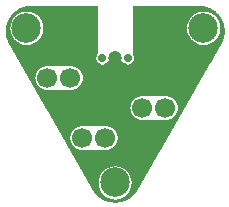
<source format=gbl>
%FSLAX33Y33*%
%MOMM*%
%ADD10C,0.0508*%
%ADD11C,0.4*%
%ADD12C,0.5*%
%ADD13C,1.7*%
%ADD14C,1.2*%
%ADD15C,0.7*%
%ADD16C,2.5*%
%ADD17C,2.5*%
%ADD18C,2.5*%
D10*
%LNpour fill*%
G01*
X0341Y-9880D02*
X0341Y-9880D01*
X0673Y-9798*
X0988Y-9663*
X1276Y-9479*
X1532Y-9252*
X1747Y-8986*
X8977Y3619*
X9113Y3954*
X9189Y4307*
X9204Y4667*
X9158Y5025*
X9050Y5370*
X8885Y5691*
X8668Y5979*
X8404Y6225*
X8103Y6423*
X7772Y6567*
X7421Y6651*
X7059Y6675*
X1549Y6706*
X1549Y2648*
X1612Y2557*
X1614Y2554*
X1662Y2426*
X1663Y2423*
X1680Y2288*
X1680Y2284*
X1663Y2149*
X1662Y2146*
X1614Y2018*
X1612Y2015*
X1535Y1903*
X1533Y1901*
X1431Y1810*
X1428Y1808*
X1307Y1745*
X1304Y1744*
X1171Y1711*
X1168Y1710*
X1032Y1710*
X1029Y1711*
X0896Y1744*
X0893Y1745*
X0772Y1808*
X0769Y1810*
X0709Y1863*
X0622Y1737*
X0620Y1735*
X0473Y1604*
X0470Y1602*
X0296Y1511*
X0293Y1510*
X0096Y1461*
X0076Y1476*
X0076Y1716*
X-0076Y1716*
X-0076Y1476*
X-0096Y1461*
X-0293Y1510*
X-0296Y1511*
X-0470Y1602*
X-0473Y1604*
X-0620Y1735*
X-0622Y1737*
X-0709Y1863*
X-0769Y1810*
X-0772Y1808*
X-0893Y1745*
X-0896Y1744*
X-1029Y1711*
X-1032Y1710*
X-1168Y1710*
X-1171Y1711*
X-1304Y1744*
X-1307Y1745*
X-1428Y1808*
X-1431Y1810*
X-1533Y1901*
X-1535Y1903*
X-1612Y2015*
X-1614Y2018*
X-1662Y2146*
X-1663Y2149*
X-1680Y2284*
X-1680Y2288*
X-1663Y2423*
X-1662Y2426*
X-1614Y2554*
X-1612Y2557*
X-1549Y2648*
X-1549Y6706*
X-7059Y6675*
X-7420Y6650*
X-7771Y6565*
X-8101Y6421*
X-8402Y6223*
X-8665Y5977*
X-8882Y5689*
X-9047Y5368*
X-9155Y5024*
X-9202Y4667*
X-9188Y4306*
X-9112Y3954*
X-8977Y3619*
X-1747Y-8986*
X-1532Y-9252*
X-1276Y-9479*
X-0988Y-9663*
X-0673Y-9798*
X-0341Y-9880*
X0Y-9907*
X0341Y-9880*
X7492Y3366D02*
X7168Y3402D01*
X6861Y3510*
X6585Y3683*
X6355Y3913*
X6182Y4189*
X6074Y4496*
X6038Y4820*
X6074Y5144*
X6182Y5451*
X6355Y5727*
X6585Y5957*
X6861Y6130*
X7168Y6238*
X7492Y6274*
X7816Y6238*
X8123Y6130*
X8399Y5957*
X8629Y5727*
X8802Y5451*
X8910Y5144*
X8946Y4820*
X8910Y4496*
X8802Y4189*
X8629Y3913*
X8399Y3683*
X8123Y3510*
X7816Y3402*
X7492Y3366*
X-7492Y3366D02*
X-7816Y3402D01*
X-8123Y3510*
X-8399Y3683*
X-8629Y3913*
X-8802Y4189*
X-8910Y4496*
X-8946Y4820*
X-8910Y5144*
X-8802Y5451*
X-8629Y5727*
X-8399Y5957*
X-8123Y6130*
X-7816Y6238*
X-7492Y6274*
X-7168Y6238*
X-6861Y6130*
X-6585Y5957*
X-6355Y5727*
X-6182Y5451*
X-6074Y5144*
X-6038Y4820*
X-6074Y4496*
X-6182Y4189*
X-6355Y3913*
X-6585Y3683*
X-6861Y3510*
X-7168Y3402*
X-7492Y3366*
X-3750Y-0456D02*
X-5750Y-0456D01*
X-5751Y-0456*
X-5753Y-0456*
X-5754Y-0456*
X-5755Y-0456*
X-5756Y-0456*
X-5758Y-0456*
X-5759Y-0456*
X-5760Y-0456*
X-5761Y-0456*
X-5763Y-0456*
X-5764Y-0456*
X-5765Y-0456*
X-5767Y-0456*
X-5768Y-0455*
X-5835Y-0450*
X-5877Y-0450*
X-5900Y-0444*
X-5915Y-0443*
X-5916Y-0442*
X-5918Y-0442*
X-5919Y-0442*
X-5920Y-0442*
X-5921Y-0442*
X-5923Y-0442*
X-5924Y-0442*
X-5925Y-0441*
X-5926Y-0441*
X-5928Y-0441*
X-5929Y-0441*
X-5930Y-0441*
X-5932Y-0440*
X-5933Y-0440*
X-5934Y-0440*
X-5935Y-0440*
X-5936Y-0440*
X-5938Y-0439*
X-5939Y-0439*
X-5940Y-0439*
X-5942Y-0438*
X-5943Y-0438*
X-5944Y-0438*
X-5945Y-0438*
X-5946Y-0437*
X-5948Y-0437*
X-5949Y-0437*
X-5950Y-0436*
X-6093Y-0398*
X-6094Y-0398*
X-6095Y-0397*
X-6097Y-0397*
X-6098Y-0397*
X-6099Y-0396*
X-6100Y-0396*
X-6102Y-0396*
X-6103Y-0395*
X-6104Y-0395*
X-6105Y-0394*
X-6106Y-0394*
X-6108Y-0394*
X-6109Y-0393*
X-6110Y-0393*
X-6111Y-0392*
X-6115Y-0391*
X-6124Y-0389*
X-6149Y-0375*
X-6261Y-0323*
X-6262Y-0323*
X-6263Y-0322*
X-6264Y-0322*
X-6265Y-0321*
X-6266Y-0321*
X-6268Y-0320*
X-6269Y-0319*
X-6270Y-0319*
X-6271Y-0318*
X-6272Y-0318*
X-6273Y-0317*
X-6274Y-0316*
X-6275Y-0316*
X-6276Y-0315*
X-6278Y-0315*
X-6279Y-0314*
X-6280Y-0313*
X-6281Y-0313*
X-6282Y-0312*
X-6283Y-0311*
X-6284Y-0311*
X-6285Y-0310*
X-6286Y-0309*
X-6287Y-0308*
X-6288Y-0308*
X-6289Y-0307*
X-6291Y-0306*
X-6291Y-0306*
X-6320Y-0286*
X-6349Y-0271*
X-6377Y-0246*
X-6413Y-0221*
X-6414Y-0220*
X-6415Y-0219*
X-6416Y-0218*
X-6417Y-0218*
X-6418Y-0217*
X-6419Y-0216*
X-6420Y-0215*
X-6421Y-0215*
X-6422Y-0214*
X-6423Y-0213*
X-6424Y-0212*
X-6425Y-0212*
X-6426Y-0211*
X-6427Y-0210*
X-6428Y-0209*
X-6429Y-0208*
X-6430Y-0207*
X-6431Y-0207*
X-6432Y-0206*
X-6433Y-0205*
X-6434Y-0204*
X-6435Y-0203*
X-6435Y-0202*
X-6436Y-0201*
X-6437Y-0201*
X-6438Y-0200*
X-6439Y-0199*
X-6440Y-0198*
X-6510Y-0127*
X-6539Y-0102*
X-6546Y-0092*
X-6550Y-0088*
X-6551Y-0087*
X-6552Y-0086*
X-6553Y-0085*
X-6553Y-0084*
X-6554Y-0083*
X-6555Y-0082*
X-6556Y-0081*
X-6557Y-0080*
X-6558Y-0079*
X-6558Y-0078*
X-6559Y-0077*
X-6560Y-0076*
X-6561Y-0075*
X-6562Y-0074*
X-6562Y-0073*
X-6563Y-0072*
X-6564Y-0071*
X-6565Y-0070*
X-6565Y-0069*
X-6566Y-0068*
X-6567Y-0067*
X-6568Y-0066*
X-6568Y-0066*
X-6653Y0056*
X-6653Y0056*
X-6654Y0057*
X-6655Y0059*
X-6655Y0059*
X-6656Y0061*
X-6657Y0062*
X-6657Y0063*
X-6658Y0064*
X-6659Y0065*
X-6659Y0066*
X-6660Y0067*
X-6661Y0068*
X-6661Y0069*
X-6662Y0070*
X-6663Y0071*
X-6663Y0073*
X-6664Y0074*
X-6665Y0075*
X-6665Y0076*
X-6666Y0077*
X-6666Y0078*
X-6667Y0079*
X-6667Y0080*
X-6668Y0082*
X-6669Y0083*
X-6669Y0084*
X-6670Y0085*
X-6670Y0086*
X-6673Y0092*
X-6683Y0107*
X-6698Y0146*
X-6733Y0220*
X-6733Y0221*
X-6734Y0223*
X-6734Y0224*
X-6735Y0225*
X-6735Y0226*
X-6736Y0227*
X-6736Y0228*
X-6737Y0230*
X-6737Y0231*
X-6738Y0232*
X-6738Y0233*
X-6739Y0234*
X-6739Y0236*
X-6740Y0237*
X-6740Y0238*
X-6741Y0239*
X-6741Y0240*
X-6741Y0241*
X-6742Y0243*
X-6742Y0244*
X-6743Y0245*
X-6743Y0246*
X-6743Y0248*
X-6744Y0249*
X-6744Y0250*
X-6744Y0251*
X-6745Y0252*
X-6745Y0254*
X-6759Y0307*
X-6774Y0345*
X-6777Y0373*
X-6783Y0397*
X-6783Y0397*
X-6784Y0398*
X-6784Y0399*
X-6784Y0400*
X-6785Y0402*
X-6785Y0403*
X-6785Y0404*
X-6785Y0405*
X-6786Y0406*
X-6786Y0408*
X-6786Y0409*
X-6786Y0410*
X-6787Y0412*
X-6787Y0413*
X-6787Y0414*
X-6787Y0415*
X-6788Y0416*
X-6788Y0418*
X-6788Y0419*
X-6788Y0420*
X-6788Y0421*
X-6789Y0423*
X-6789Y0424*
X-6789Y0425*
X-6789Y0427*
X-6789Y0428*
X-6789Y0429*
X-6789Y0430*
X-6790Y0432*
X-6802Y0579*
X-6803Y0580*
X-6803Y0582*
X-6803Y0583*
X-6803Y0584*
X-6803Y0587*
X-6804Y0597*
X-6803Y0607*
X-6803Y0610*
X-6803Y0611*
X-6803Y0612*
X-6803Y0613*
X-6802Y0615*
X-6790Y0762*
X-6789Y0763*
X-6789Y0765*
X-6789Y0766*
X-6789Y0767*
X-6789Y0768*
X-6789Y0770*
X-6789Y0771*
X-6788Y0772*
X-6788Y0773*
X-6788Y0775*
X-6788Y0776*
X-6788Y0777*
X-6787Y0779*
X-6787Y0780*
X-6787Y0781*
X-6787Y0782*
X-6787Y0783*
X-6786Y0785*
X-6786Y0786*
X-6786Y0787*
X-6785Y0789*
X-6785Y0790*
X-6785Y0791*
X-6785Y0792*
X-6784Y0793*
X-6784Y0795*
X-6784Y0796*
X-6783Y0797*
X-6777Y0821*
X-6774Y0849*
X-6759Y0887*
X-6745Y0940*
X-6745Y0941*
X-6744Y0942*
X-6744Y0944*
X-6744Y0945*
X-6743Y0946*
X-6743Y0947*
X-6743Y0949*
X-6742Y0950*
X-6742Y0951*
X-6741Y0952*
X-6741Y0953*
X-6741Y0955*
X-6740Y0956*
X-6740Y0957*
X-6739Y0958*
X-6739Y0959*
X-6738Y0961*
X-6738Y0962*
X-6737Y0963*
X-6737Y0964*
X-6736Y0965*
X-6736Y0967*
X-6736Y0968*
X-6735Y0969*
X-6735Y0970*
X-6734Y0971*
X-6733Y0972*
X-6733Y0974*
X-6698Y1048*
X-6683Y1087*
X-6673Y1102*
X-6670Y1108*
X-6670Y1109*
X-6669Y1110*
X-6669Y1111*
X-6668Y1112*
X-6668Y1113*
X-6667Y1115*
X-6666Y1116*
X-6666Y1117*
X-6665Y1118*
X-6665Y1119*
X-6664Y1120*
X-6663Y1121*
X-6663Y1122*
X-6662Y1123*
X-6662Y1125*
X-6661Y1126*
X-6660Y1127*
X-6660Y1128*
X-6659Y1129*
X-6658Y1130*
X-6658Y1131*
X-6657Y1132*
X-6656Y1133*
X-6655Y1134*
X-6655Y1135*
X-6654Y1136*
X-6653Y1138*
X-6653Y1138*
X-6568Y1260*
X-6567Y1261*
X-6566Y1262*
X-6566Y1263*
X-6565Y1264*
X-6564Y1265*
X-6563Y1266*
X-6562Y1267*
X-6562Y1268*
X-6561Y1269*
X-6560Y1270*
X-6559Y1271*
X-6559Y1272*
X-6558Y1273*
X-6557Y1274*
X-6556Y1275*
X-6555Y1276*
X-6554Y1277*
X-6554Y1278*
X-6553Y1279*
X-6552Y1280*
X-6551Y1281*
X-6550Y1282*
X-6546Y1286*
X-6539Y1296*
X-6510Y1321*
X-6440Y1392*
X-6439Y1393*
X-6438Y1393*
X-6438Y1394*
X-6437Y1395*
X-6436Y1396*
X-6435Y1397*
X-6434Y1398*
X-6433Y1399*
X-6432Y1400*
X-6431Y1400*
X-6430Y1401*
X-6429Y1402*
X-6428Y1403*
X-6427Y1404*
X-6426Y1405*
X-6425Y1405*
X-6424Y1406*
X-6423Y1407*
X-6422Y1408*
X-6421Y1409*
X-6420Y1409*
X-6419Y1410*
X-6418Y1411*
X-6417Y1412*
X-6416Y1412*
X-6415Y1413*
X-6414Y1414*
X-6413Y1415*
X-6377Y1440*
X-6349Y1465*
X-6320Y1480*
X-6292Y1500*
X-6291Y1500*
X-6290Y1501*
X-6289Y1502*
X-6288Y1502*
X-6286Y1503*
X-6285Y1504*
X-6284Y1504*
X-6283Y1505*
X-6282Y1506*
X-6281Y1506*
X-6280Y1507*
X-6279Y1508*
X-6278Y1508*
X-6277Y1509*
X-6276Y1510*
X-6274Y1510*
X-6273Y1511*
X-6272Y1512*
X-6271Y1512*
X-6270Y1513*
X-6269Y1513*
X-6268Y1514*
X-6267Y1514*
X-6265Y1515*
X-6264Y1516*
X-6263Y1516*
X-6262Y1517*
X-6261Y1517*
X-6149Y1569*
X-6124Y1583*
X-6115Y1585*
X-6111Y1586*
X-6110Y1587*
X-6109Y1587*
X-6108Y1588*
X-6107Y1588*
X-6106Y1588*
X-6104Y1589*
X-6103Y1589*
X-6102Y1590*
X-6101Y1590*
X-6099Y1590*
X-6098Y1591*
X-6097Y1591*
X-6096Y1591*
X-6095Y1592*
X-6093Y1592*
X-5950Y1630*
X-5949Y1631*
X-5948Y1631*
X-5947Y1631*
X-5945Y1632*
X-5944Y1632*
X-5943Y1632*
X-5942Y1632*
X-5941Y1633*
X-5939Y1633*
X-5938Y1633*
X-5937Y1633*
X-5935Y1634*
X-5934Y1634*
X-5933Y1634*
X-5932Y1634*
X-5931Y1635*
X-5929Y1635*
X-5928Y1635*
X-5927Y1635*
X-5925Y1635*
X-5924Y1636*
X-5923Y1636*
X-5922Y1636*
X-5920Y1636*
X-5919Y1636*
X-5918Y1636*
X-5917Y1636*
X-5915Y1637*
X-5900Y1638*
X-5877Y1644*
X-5835Y1644*
X-5768Y1649*
X-5767Y1650*
X-5765Y1650*
X-5764Y1650*
X-5763Y1650*
X-5762Y1650*
X-5760Y1650*
X-5759Y1650*
X-5758Y1650*
X-5756Y1650*
X-5755Y1650*
X-5754Y1650*
X-5753Y1650*
X-5751Y1650*
X-5750Y1650*
X-3750Y1650*
X-3749Y1650*
X-3747Y1650*
X-3746Y1650*
X-3745Y1650*
X-3744Y1650*
X-3742Y1650*
X-3741Y1650*
X-3740Y1650*
X-3739Y1650*
X-3737Y1650*
X-3736Y1650*
X-3735Y1650*
X-3733Y1650*
X-3732Y1649*
X-3665Y1644*
X-3623Y1644*
X-3600Y1638*
X-3585Y1637*
X-3585Y1637*
X-3584Y1636*
X-3582Y1636*
X-3581Y1636*
X-3580Y1636*
X-3579Y1636*
X-3577Y1636*
X-3576Y1636*
X-3575Y1635*
X-3574Y1635*
X-3572Y1635*
X-3571Y1635*
X-3570Y1635*
X-3568Y1634*
X-3567Y1634*
X-3566Y1634*
X-3565Y1634*
X-3564Y1634*
X-3562Y1633*
X-3561Y1633*
X-3560Y1633*
X-3558Y1632*
X-3557Y1632*
X-3556Y1632*
X-3555Y1632*
X-3554Y1631*
X-3552Y1631*
X-3551Y1631*
X-3550Y1630*
X-3407Y1592*
X-3406Y1592*
X-3405Y1591*
X-3403Y1591*
X-3402Y1591*
X-3401Y1590*
X-3400Y1590*
X-3398Y1590*
X-3397Y1589*
X-3396Y1589*
X-3395Y1588*
X-3394Y1588*
X-3392Y1588*
X-3391Y1587*
X-3390Y1587*
X-3389Y1586*
X-3385Y1585*
X-3376Y1583*
X-3351Y1569*
X-3239Y1517*
X-3238Y1517*
X-3237Y1516*
X-3236Y1516*
X-3235Y1515*
X-3234Y1515*
X-3232Y1514*
X-3231Y1513*
X-3230Y1513*
X-3229Y1512*
X-3228Y1512*
X-3227Y1511*
X-3226Y1510*
X-3225Y1510*
X-3224Y1509*
X-3222Y1509*
X-3221Y1508*
X-3220Y1507*
X-3219Y1507*
X-3218Y1506*
X-3217Y1505*
X-3216Y1505*
X-3215Y1504*
X-3214Y1503*
X-3213Y1502*
X-3212Y1502*
X-3211Y1501*
X-3209Y1500*
X-3209Y1500*
X-3180Y1480*
X-3151Y1465*
X-3123Y1440*
X-3087Y1415*
X-3086Y1414*
X-3085Y1413*
X-3084Y1412*
X-3083Y1412*
X-3082Y1411*
X-3081Y1410*
X-3080Y1409*
X-3079Y1409*
X-3078Y1408*
X-3077Y1407*
X-3076Y1406*
X-3075Y1406*
X-3074Y1405*
X-3073Y1404*
X-3072Y1403*
X-3071Y1402*
X-3070Y1401*
X-3069Y1401*
X-3068Y1400*
X-3067Y1399*
X-3066Y1398*
X-3065Y1397*
X-3065Y1396*
X-3064Y1395*
X-3063Y1394*
X-3062Y1394*
X-3061Y1393*
X-3060Y1392*
X-2990Y1321*
X-2961Y1296*
X-2954Y1286*
X-2950Y1282*
X-2949Y1281*
X-2948Y1280*
X-2947Y1279*
X-2947Y1278*
X-2946Y1277*
X-2945Y1276*
X-2944Y1275*
X-2943Y1274*
X-2942Y1273*
X-2942Y1272*
X-2941Y1271*
X-2940Y1270*
X-2939Y1269*
X-2938Y1268*
X-2938Y1267*
X-2937Y1266*
X-2936Y1265*
X-2935Y1264*
X-2935Y1263*
X-2934Y1262*
X-2933Y1261*
X-2932Y1260*
X-2932Y1260*
X-2847Y1138*
X-2847Y1138*
X-2846Y1137*
X-2845Y1135*
X-2845Y1135*
X-2844Y1133*
X-2843Y1132*
X-2843Y1131*
X-2842Y1130*
X-2841Y1129*
X-2841Y1128*
X-2840Y1127*
X-2839Y1126*
X-2839Y1125*
X-2838Y1124*
X-2837Y1123*
X-2837Y1121*
X-2836Y1120*
X-2836Y1119*
X-2835Y1118*
X-2834Y1117*
X-2834Y1116*
X-2833Y1115*
X-2833Y1114*
X-2832Y1112*
X-2831Y1111*
X-2831Y1110*
X-2830Y1109*
X-2830Y1108*
X-2827Y1102*
X-2817Y1087*
X-2802Y1048*
X-2767Y0974*
X-2767Y0973*
X-2766Y0971*
X-2766Y0970*
X-2765Y0969*
X-2765Y0968*
X-2764Y0967*
X-2764Y0966*
X-2763Y0964*
X-2763Y0963*
X-2762Y0962*
X-2762Y0961*
X-2761Y0960*
X-2761Y0958*
X-2760Y0957*
X-2760Y0956*
X-2759Y0955*
X-2759Y0954*
X-2759Y0953*
X-2758Y0951*
X-2758Y0950*
X-2757Y0949*
X-2757Y0948*
X-2757Y0946*
X-2756Y0945*
X-2756Y0944*
X-2756Y0943*
X-2755Y0941*
X-2755Y0940*
X-2741Y0887*
X-2726Y0849*
X-2723Y0821*
X-2717Y0797*
X-2716Y0796*
X-2716Y0795*
X-2716Y0794*
X-2715Y0792*
X-2715Y0791*
X-2715Y0790*
X-2715Y0789*
X-2714Y0787*
X-2714Y0786*
X-2714Y0785*
X-2714Y0784*
X-2713Y0782*
X-2713Y0781*
X-2713Y0780*
X-2713Y0779*
X-2712Y0778*
X-2712Y0776*
X-2712Y0775*
X-2712Y0774*
X-2712Y0772*
X-2711Y0771*
X-2711Y0770*
X-2711Y0769*
X-2711Y0767*
X-2711Y0766*
X-2711Y0765*
X-2711Y0764*
X-2710Y0762*
X-2698Y0615*
X-2697Y0614*
X-2697Y0612*
X-2697Y0611*
X-2697Y0610*
X-2697Y0607*
X-2696Y0597*
X-2697Y0587*
X-2697Y0584*
X-2697Y0583*
X-2697Y0582*
X-2697Y0580*
X-2698Y0579*
X-2710Y0432*
X-2711Y0431*
X-2711Y0429*
X-2711Y0428*
X-2711Y0427*
X-2711Y0426*
X-2711Y0424*
X-2711Y0423*
X-2712Y0422*
X-2712Y0421*
X-2712Y0419*
X-2712Y0418*
X-2712Y0417*
X-2713Y0415*
X-2713Y0414*
X-2713Y0413*
X-2713Y0412*
X-2713Y0410*
X-2714Y0409*
X-2714Y0408*
X-2714Y0407*
X-2715Y0405*
X-2715Y0404*
X-2715Y0403*
X-2715Y0402*
X-2716Y0400*
X-2716Y0399*
X-2716Y0398*
X-2717Y0397*
X-2723Y0373*
X-2726Y0345*
X-2741Y0307*
X-2755Y0254*
X-2755Y0253*
X-2756Y0251*
X-2756Y0250*
X-2756Y0249*
X-2757Y0248*
X-2757Y0246*
X-2757Y0245*
X-2758Y0244*
X-2758Y0243*
X-2759Y0242*
X-2759Y0241*
X-2759Y0239*
X-2760Y0238*
X-2760Y0237*
X-2761Y0236*
X-2761Y0235*
X-2762Y0233*
X-2762Y0232*
X-2763Y0231*
X-2763Y0230*
X-2764Y0229*
X-2764Y0227*
X-2765Y0226*
X-2765Y0225*
X-2765Y0224*
X-2766Y0223*
X-2767Y0222*
X-2767Y0220*
X-2802Y0146*
X-2817Y0107*
X-2827Y0092*
X-2830Y0086*
X-2830Y0085*
X-2831Y0084*
X-2831Y0083*
X-2832Y0082*
X-2832Y0081*
X-2833Y0079*
X-2834Y0078*
X-2834Y0077*
X-2835Y0076*
X-2835Y0075*
X-2836Y0074*
X-2837Y0073*
X-2837Y0072*
X-2838Y0070*
X-2839Y0069*
X-2839Y0068*
X-2840Y0067*
X-2840Y0066*
X-2841Y0065*
X-2842Y0064*
X-2842Y0063*
X-2843Y0062*
X-2844Y0061*
X-2845Y0060*
X-2845Y0059*
X-2846Y0058*
X-2847Y0056*
X-2847Y0056*
X-2932Y-0066*
X-2933Y-0067*
X-2934Y-0068*
X-2935Y-0069*
X-2935Y-0070*
X-2936Y-0071*
X-2937Y-0072*
X-2938Y-0073*
X-2938Y-0074*
X-2939Y-0075*
X-2940Y-0076*
X-2941Y-0077*
X-2941Y-0078*
X-2942Y-0079*
X-2943Y-0080*
X-2944Y-0081*
X-2945Y-0082*
X-2946Y-0083*
X-2946Y-0084*
X-2947Y-0085*
X-2948Y-0086*
X-2949Y-0087*
X-2950Y-0088*
X-2954Y-0092*
X-2961Y-0102*
X-2990Y-0127*
X-3060Y-0198*
X-3061Y-0199*
X-3062Y-0199*
X-3062Y-0200*
X-3063Y-0201*
X-3064Y-0202*
X-3065Y-0203*
X-3066Y-0204*
X-3067Y-0205*
X-3068Y-0206*
X-3069Y-0206*
X-3070Y-0207*
X-3071Y-0208*
X-3072Y-0209*
X-3073Y-0210*
X-3074Y-0211*
X-3075Y-0211*
X-3076Y-0212*
X-3077Y-0213*
X-3078Y-0214*
X-3079Y-0215*
X-3080Y-0215*
X-3081Y-0216*
X-3082Y-0217*
X-3083Y-0218*
X-3084Y-0218*
X-3085Y-0219*
X-3086Y-0220*
X-3087Y-0221*
X-3087Y-0221*
X-3123Y-0246*
X-3151Y-0271*
X-3180Y-0286*
X-3209Y-0306*
X-3209Y-0306*
X-3210Y-0307*
X-3212Y-0308*
X-3212Y-0308*
X-3214Y-0309*
X-3215Y-0310*
X-3216Y-0310*
X-3217Y-0311*
X-3218Y-0312*
X-3219Y-0312*
X-3220Y-0313*
X-3221Y-0314*
X-3222Y-0314*
X-3223Y-0315*
X-3224Y-0316*
X-3226Y-0316*
X-3227Y-0317*
X-3228Y-0318*
X-3229Y-0318*
X-3230Y-0319*
X-3231Y-0319*
X-3232Y-0320*
X-3233Y-0320*
X-3235Y-0321*
X-3236Y-0322*
X-3237Y-0322*
X-3238Y-0323*
X-3239Y-0323*
X-3351Y-0375*
X-3376Y-0389*
X-3385Y-0391*
X-3389Y-0392*
X-3390Y-0393*
X-3391Y-0393*
X-3392Y-0394*
X-3393Y-0394*
X-3394Y-0394*
X-3396Y-0395*
X-3397Y-0395*
X-3398Y-0396*
X-3399Y-0396*
X-3401Y-0396*
X-3402Y-0397*
X-3403Y-0397*
X-3404Y-0397*
X-3405Y-0398*
X-3407Y-0398*
X-3550Y-0436*
X-3551Y-0437*
X-3552Y-0437*
X-3553Y-0437*
X-3555Y-0438*
X-3556Y-0438*
X-3557Y-0438*
X-3558Y-0438*
X-3559Y-0439*
X-3561Y-0439*
X-3562Y-0439*
X-3563Y-0439*
X-3565Y-0440*
X-3566Y-0440*
X-3567Y-0440*
X-3568Y-0440*
X-3569Y-0441*
X-3571Y-0441*
X-3572Y-0441*
X-3573Y-0441*
X-3575Y-0441*
X-3576Y-0442*
X-3577Y-0442*
X-3578Y-0442*
X-3580Y-0442*
X-3581Y-0442*
X-3582Y-0442*
X-3583Y-0442*
X-3585Y-0443*
X-3600Y-0444*
X-3623Y-0450*
X-3665Y-0450*
X-3732Y-0455*
X-3733Y-0456*
X-3735Y-0456*
X-3736Y-0456*
X-3737Y-0456*
X-3738Y-0456*
X-3740Y-0456*
X-3741Y-0456*
X-3742Y-0456*
X-3744Y-0456*
X-3745Y-0456*
X-3746Y-0456*
X-3747Y-0456*
X-3749Y-0456*
X-3750Y-0456*
X4290Y-2996D02*
X2290Y-2996D01*
X2289Y-2996*
X2287Y-2996*
X2286Y-2996*
X2285Y-2996*
X2284Y-2996*
X2282Y-2996*
X2281Y-2996*
X2280Y-2996*
X2279Y-2996*
X2277Y-2996*
X2276Y-2996*
X2275Y-2996*
X2273Y-2996*
X2272Y-2995*
X2205Y-2990*
X2163Y-2990*
X2140Y-2984*
X2125Y-2983*
X2125Y-2983*
X2124Y-2982*
X2122Y-2982*
X2121Y-2982*
X2120Y-2982*
X2119Y-2982*
X2117Y-2982*
X2116Y-2982*
X2115Y-2981*
X2114Y-2981*
X2112Y-2981*
X2111Y-2981*
X2110Y-2981*
X2108Y-2980*
X2107Y-2980*
X2106Y-2980*
X2105Y-2980*
X2104Y-2980*
X2102Y-2979*
X2101Y-2979*
X2100Y-2979*
X2098Y-2978*
X2097Y-2978*
X2096Y-2978*
X2095Y-2978*
X2094Y-2977*
X2092Y-2977*
X2091Y-2977*
X2090Y-2976*
X1947Y-2938*
X1946Y-2938*
X1945Y-2937*
X1943Y-2937*
X1942Y-2937*
X1941Y-2936*
X1940Y-2936*
X1938Y-2936*
X1937Y-2935*
X1936Y-2935*
X1935Y-2934*
X1934Y-2934*
X1932Y-2934*
X1931Y-2933*
X1930Y-2933*
X1929Y-2932*
X1925Y-2931*
X1916Y-2929*
X1891Y-2915*
X1779Y-2863*
X1778Y-2863*
X1777Y-2862*
X1776Y-2862*
X1775Y-2861*
X1774Y-2861*
X1772Y-2860*
X1771Y-2859*
X1770Y-2859*
X1769Y-2858*
X1768Y-2858*
X1767Y-2857*
X1766Y-2856*
X1765Y-2856*
X1764Y-2855*
X1762Y-2855*
X1761Y-2854*
X1760Y-2853*
X1759Y-2853*
X1758Y-2852*
X1757Y-2851*
X1756Y-2851*
X1755Y-2850*
X1754Y-2849*
X1753Y-2848*
X1752Y-2848*
X1751Y-2847*
X1749Y-2846*
X1749Y-2846*
X1720Y-2826*
X1691Y-2811*
X1663Y-2786*
X1627Y-2761*
X1626Y-2760*
X1625Y-2759*
X1624Y-2758*
X1623Y-2758*
X1622Y-2757*
X1621Y-2756*
X1620Y-2755*
X1619Y-2755*
X1618Y-2754*
X1617Y-2753*
X1616Y-2752*
X1615Y-2752*
X1614Y-2751*
X1613Y-2750*
X1612Y-2749*
X1611Y-2748*
X1610Y-2747*
X1609Y-2747*
X1608Y-2746*
X1607Y-2745*
X1606Y-2744*
X1605Y-2743*
X1605Y-2742*
X1604Y-2741*
X1603Y-2741*
X1602Y-2740*
X1601Y-2739*
X1600Y-2738*
X1530Y-2667*
X1501Y-2642*
X1494Y-2632*
X1490Y-2628*
X1489Y-2627*
X1488Y-2626*
X1487Y-2625*
X1487Y-2624*
X1486Y-2623*
X1485Y-2622*
X1484Y-2621*
X1483Y-2620*
X1482Y-2619*
X1482Y-2618*
X1481Y-2617*
X1480Y-2616*
X1479Y-2615*
X1478Y-2614*
X1478Y-2613*
X1477Y-2612*
X1476Y-2611*
X1475Y-2610*
X1475Y-2609*
X1474Y-2608*
X1473Y-2607*
X1472Y-2606*
X1472Y-2606*
X1387Y-2484*
X1387Y-2484*
X1386Y-2483*
X1385Y-2481*
X1385Y-2481*
X1384Y-2479*
X1383Y-2478*
X1383Y-2477*
X1382Y-2476*
X1381Y-2475*
X1381Y-2474*
X1380Y-2473*
X1379Y-2472*
X1379Y-2471*
X1378Y-2470*
X1377Y-2469*
X1377Y-2467*
X1376Y-2466*
X1375Y-2465*
X1375Y-2464*
X1374Y-2463*
X1374Y-2462*
X1373Y-2461*
X1373Y-2460*
X1372Y-2458*
X1371Y-2457*
X1371Y-2456*
X1370Y-2455*
X1370Y-2454*
X1367Y-2448*
X1357Y-2433*
X1342Y-2394*
X1307Y-2320*
X1307Y-2319*
X1306Y-2317*
X1306Y-2316*
X1305Y-2315*
X1305Y-2314*
X1304Y-2313*
X1304Y-2312*
X1303Y-2310*
X1303Y-2309*
X1302Y-2308*
X1302Y-2307*
X1301Y-2306*
X1301Y-2304*
X1300Y-2303*
X1300Y-2302*
X1299Y-2301*
X1299Y-2300*
X1299Y-2299*
X1298Y-2297*
X1298Y-2296*
X1297Y-2295*
X1297Y-2294*
X1297Y-2292*
X1296Y-2291*
X1296Y-2290*
X1296Y-2289*
X1295Y-2288*
X1295Y-2286*
X1281Y-2233*
X1266Y-2195*
X1263Y-2167*
X1257Y-2143*
X1256Y-2142*
X1256Y-2141*
X1256Y-2140*
X1255Y-2138*
X1255Y-2137*
X1255Y-2136*
X1255Y-2135*
X1254Y-2134*
X1254Y-2132*
X1254Y-2131*
X1254Y-2130*
X1253Y-2128*
X1253Y-2127*
X1253Y-2126*
X1253Y-2125*
X1252Y-2124*
X1252Y-2122*
X1252Y-2121*
X1252Y-2120*
X1252Y-2119*
X1251Y-2117*
X1251Y-2116*
X1251Y-2115*
X1251Y-2113*
X1251Y-2112*
X1251Y-2111*
X1251Y-2110*
X1250Y-2108*
X1238Y-1961*
X1237Y-1960*
X1237Y-1958*
X1237Y-1957*
X1237Y-1956*
X1237Y-1953*
X1236Y-1943*
X1237Y-1933*
X1237Y-1930*
X1237Y-1929*
X1237Y-1928*
X1237Y-1927*
X1238Y-1925*
X1250Y-1778*
X1251Y-1777*
X1251Y-1775*
X1251Y-1774*
X1251Y-1773*
X1251Y-1772*
X1251Y-1770*
X1251Y-1769*
X1252Y-1768*
X1252Y-1767*
X1252Y-1765*
X1252Y-1764*
X1252Y-1763*
X1253Y-1761*
X1253Y-1760*
X1253Y-1759*
X1253Y-1758*
X1253Y-1757*
X1254Y-1755*
X1254Y-1754*
X1254Y-1753*
X1255Y-1751*
X1255Y-1750*
X1255Y-1749*
X1255Y-1748*
X1256Y-1747*
X1256Y-1745*
X1256Y-1744*
X1257Y-1743*
X1263Y-1719*
X1266Y-1691*
X1281Y-1653*
X1295Y-1600*
X1295Y-1599*
X1296Y-1598*
X1296Y-1596*
X1296Y-1595*
X1297Y-1594*
X1297Y-1593*
X1297Y-1591*
X1298Y-1590*
X1298Y-1589*
X1299Y-1588*
X1299Y-1587*
X1299Y-1585*
X1300Y-1584*
X1300Y-1583*
X1301Y-1582*
X1301Y-1581*
X1302Y-1579*
X1302Y-1578*
X1303Y-1577*
X1303Y-1576*
X1304Y-1575*
X1304Y-1573*
X1304Y-1572*
X1305Y-1571*
X1305Y-1570*
X1306Y-1569*
X1307Y-1568*
X1307Y-1566*
X1342Y-1492*
X1357Y-1453*
X1367Y-1438*
X1370Y-1432*
X1370Y-1431*
X1371Y-1430*
X1371Y-1429*
X1372Y-1428*
X1372Y-1427*
X1373Y-1425*
X1374Y-1424*
X1374Y-1423*
X1375Y-1422*
X1375Y-1421*
X1376Y-1420*
X1377Y-1419*
X1377Y-1418*
X1378Y-1417*
X1378Y-1415*
X1379Y-1414*
X1380Y-1413*
X1380Y-1412*
X1381Y-1411*
X1382Y-1410*
X1382Y-1409*
X1383Y-1408*
X1384Y-1407*
X1385Y-1406*
X1385Y-1405*
X1386Y-1404*
X1387Y-1402*
X1387Y-1402*
X1472Y-1280*
X1473Y-1279*
X1474Y-1278*
X1474Y-1277*
X1475Y-1276*
X1476Y-1275*
X1477Y-1274*
X1478Y-1273*
X1478Y-1272*
X1479Y-1271*
X1480Y-1270*
X1481Y-1269*
X1481Y-1268*
X1482Y-1267*
X1483Y-1266*
X1484Y-1265*
X1485Y-1264*
X1486Y-1263*
X1486Y-1262*
X1487Y-1261*
X1488Y-1260*
X1489Y-1259*
X1490Y-1258*
X1494Y-1254*
X1501Y-1244*
X1530Y-1219*
X1600Y-1148*
X1601Y-1147*
X1602Y-1147*
X1602Y-1146*
X1603Y-1145*
X1604Y-1144*
X1605Y-1143*
X1606Y-1142*
X1607Y-1141*
X1608Y-1140*
X1609Y-1140*
X1610Y-1139*
X1611Y-1138*
X1612Y-1137*
X1613Y-1136*
X1614Y-1135*
X1615Y-1135*
X1616Y-1134*
X1617Y-1133*
X1618Y-1132*
X1619Y-1131*
X1620Y-1131*
X1621Y-1130*
X1622Y-1129*
X1623Y-1128*
X1624Y-1128*
X1625Y-1127*
X1626Y-1126*
X1627Y-1125*
X1663Y-1100*
X1691Y-1075*
X1720Y-1060*
X1749Y-1040*
X1749Y-1040*
X1750Y-1039*
X1751Y-1038*
X1752Y-1038*
X1754Y-1037*
X1755Y-1036*
X1756Y-1036*
X1757Y-1035*
X1758Y-1034*
X1759Y-1034*
X1760Y-1033*
X1761Y-1032*
X1762Y-1032*
X1763Y-1031*
X1764Y-1030*
X1766Y-1030*
X1767Y-1029*
X1768Y-1028*
X1769Y-1028*
X1770Y-1027*
X1771Y-1027*
X1772Y-1026*
X1773Y-1026*
X1775Y-1025*
X1776Y-1024*
X1777Y-1024*
X1778Y-1023*
X1779Y-1023*
X1891Y-0971*
X1916Y-0957*
X1925Y-0955*
X1928Y-0954*
X1930Y-0953*
X1931Y-0953*
X1932Y-0952*
X1933Y-0952*
X1934Y-0952*
X1936Y-0951*
X1937Y-0951*
X1938Y-0950*
X1939Y-0950*
X1941Y-0950*
X1942Y-0949*
X1943Y-0949*
X1944Y-0949*
X1945Y-0948*
X1947Y-0948*
X2090Y-0910*
X2091Y-0909*
X2092Y-0909*
X2093Y-0909*
X2095Y-0908*
X2096Y-0908*
X2097Y-0908*
X2098Y-0908*
X2099Y-0907*
X2101Y-0907*
X2102Y-0907*
X2103Y-0907*
X2105Y-0906*
X2106Y-0906*
X2107Y-0906*
X2108Y-0906*
X2109Y-0905*
X2111Y-0905*
X2112Y-0905*
X2113Y-0905*
X2115Y-0905*
X2116Y-0904*
X2117Y-0904*
X2118Y-0904*
X2120Y-0904*
X2121Y-0904*
X2122Y-0904*
X2123Y-0904*
X2125Y-0903*
X2140Y-0902*
X2163Y-0896*
X2205Y-0896*
X2272Y-0891*
X2273Y-0890*
X2275Y-0890*
X2276Y-0890*
X2277Y-0890*
X2278Y-0890*
X2280Y-0890*
X2281Y-0890*
X2282Y-0890*
X2284Y-0890*
X2285Y-0890*
X2286Y-0890*
X2287Y-0890*
X2289Y-0890*
X2290Y-0890*
X2290Y-0890*
X4290Y-0890*
X4290Y-0890*
X4291Y-0890*
X4293Y-0890*
X4294Y-0890*
X4295Y-0890*
X4296Y-0890*
X4298Y-0890*
X4299Y-0890*
X4300Y-0890*
X4301Y-0890*
X4303Y-0890*
X4304Y-0890*
X4305Y-0890*
X4307Y-0890*
X4308Y-0891*
X4375Y-0896*
X4417Y-0896*
X4440Y-0902*
X4455Y-0903*
X4456Y-0904*
X4458Y-0904*
X4459Y-0904*
X4460Y-0904*
X4461Y-0904*
X4463Y-0904*
X4464Y-0904*
X4465Y-0905*
X4466Y-0905*
X4468Y-0905*
X4469Y-0905*
X4470Y-0905*
X4472Y-0906*
X4473Y-0906*
X4474Y-0906*
X4475Y-0906*
X4476Y-0906*
X4478Y-0907*
X4479Y-0907*
X4480Y-0907*
X4482Y-0908*
X4483Y-0908*
X4484Y-0908*
X4485Y-0908*
X4486Y-0909*
X4488Y-0909*
X4489Y-0909*
X4490Y-0910*
X4633Y-0948*
X4634Y-0948*
X4635Y-0949*
X4637Y-0949*
X4638Y-0949*
X4639Y-0950*
X4640Y-0950*
X4642Y-0950*
X4643Y-0951*
X4644Y-0951*
X4645Y-0952*
X4646Y-0952*
X4648Y-0952*
X4649Y-0953*
X4650Y-0953*
X4651Y-0954*
X4655Y-0955*
X4664Y-0957*
X4689Y-0971*
X4801Y-1023*
X4802Y-1023*
X4803Y-1024*
X4804Y-1024*
X4805Y-1025*
X4806Y-1025*
X4808Y-1026*
X4809Y-1027*
X4810Y-1027*
X4811Y-1028*
X4812Y-1028*
X4813Y-1029*
X4814Y-1030*
X4815Y-1030*
X4816Y-1031*
X4818Y-1031*
X4819Y-1032*
X4820Y-1033*
X4821Y-1033*
X4822Y-1034*
X4823Y-1035*
X4824Y-1035*
X4825Y-1036*
X4826Y-1037*
X4827Y-1038*
X4828Y-1038*
X4829Y-1039*
X4831Y-1040*
X4831Y-1040*
X4860Y-1060*
X4889Y-1075*
X4917Y-1100*
X4953Y-1125*
X4954Y-1126*
X4955Y-1127*
X4956Y-1128*
X4957Y-1128*
X4958Y-1129*
X4959Y-1130*
X4960Y-1131*
X4961Y-1131*
X4962Y-1132*
X4963Y-1133*
X4964Y-1134*
X4965Y-1134*
X4966Y-1135*
X4967Y-1136*
X4968Y-1137*
X4969Y-1138*
X4970Y-1139*
X4971Y-1139*
X4972Y-1140*
X4973Y-1141*
X4974Y-1142*
X4975Y-1143*
X4975Y-1144*
X4976Y-1145*
X4977Y-1146*
X4978Y-1146*
X4979Y-1147*
X4980Y-1148*
X5050Y-1219*
X5079Y-1244*
X5086Y-1254*
X5090Y-1258*
X5091Y-1259*
X5092Y-1260*
X5093Y-1261*
X5093Y-1262*
X5094Y-1263*
X5095Y-1264*
X5096Y-1265*
X5097Y-1266*
X5098Y-1267*
X5098Y-1268*
X5099Y-1269*
X5100Y-1270*
X5101Y-1271*
X5102Y-1272*
X5102Y-1273*
X5103Y-1274*
X5104Y-1275*
X5105Y-1276*
X5105Y-1277*
X5106Y-1278*
X5107Y-1279*
X5108Y-1280*
X5108Y-1280*
X5193Y-1402*
X5193Y-1402*
X5194Y-1403*
X5195Y-1405*
X5195Y-1405*
X5196Y-1407*
X5197Y-1408*
X5197Y-1409*
X5198Y-1410*
X5199Y-1411*
X5199Y-1412*
X5200Y-1413*
X5201Y-1414*
X5201Y-1415*
X5202Y-1416*
X5203Y-1417*
X5203Y-1419*
X5204Y-1420*
X5205Y-1421*
X5205Y-1422*
X5206Y-1423*
X5206Y-1424*
X5207Y-1425*
X5207Y-1426*
X5208Y-1428*
X5209Y-1429*
X5209Y-1430*
X5210Y-1431*
X5210Y-1432*
X5213Y-1438*
X5223Y-1453*
X5238Y-1492*
X5273Y-1566*
X5273Y-1567*
X5274Y-1569*
X5274Y-1570*
X5275Y-1571*
X5275Y-1572*
X5276Y-1573*
X5276Y-1574*
X5277Y-1576*
X5277Y-1577*
X5278Y-1578*
X5278Y-1579*
X5279Y-1580*
X5279Y-1582*
X5280Y-1583*
X5280Y-1584*
X5281Y-1585*
X5281Y-1586*
X5281Y-1587*
X5282Y-1589*
X5282Y-1590*
X5283Y-1591*
X5283Y-1592*
X5283Y-1594*
X5284Y-1595*
X5284Y-1596*
X5284Y-1597*
X5285Y-1598*
X5285Y-1600*
X5299Y-1653*
X5314Y-1691*
X5317Y-1719*
X5323Y-1743*
X5323Y-1743*
X5324Y-1744*
X5324Y-1745*
X5324Y-1746*
X5325Y-1748*
X5325Y-1749*
X5325Y-1750*
X5325Y-1751*
X5326Y-1753*
X5326Y-1754*
X5326Y-1755*
X5326Y-1756*
X5327Y-1758*
X5327Y-1759*
X5327Y-1760*
X5327Y-1761*
X5328Y-1762*
X5328Y-1764*
X5328Y-1765*
X5328Y-1766*
X5328Y-1768*
X5329Y-1769*
X5329Y-1770*
X5329Y-1771*
X5329Y-1773*
X5329Y-1774*
X5329Y-1775*
X5329Y-1776*
X5330Y-1778*
X5342Y-1925*
X5343Y-1926*
X5343Y-1928*
X5343Y-1929*
X5343Y-1930*
X5343Y-1933*
X5344Y-1943*
X5343Y-1953*
X5343Y-1956*
X5343Y-1957*
X5343Y-1958*
X5343Y-1960*
X5342Y-1961*
X5330Y-2108*
X5329Y-2109*
X5329Y-2111*
X5329Y-2112*
X5329Y-2113*
X5329Y-2114*
X5329Y-2116*
X5329Y-2117*
X5328Y-2118*
X5328Y-2119*
X5328Y-2121*
X5328Y-2122*
X5328Y-2123*
X5327Y-2125*
X5327Y-2126*
X5327Y-2127*
X5327Y-2128*
X5327Y-2130*
X5326Y-2131*
X5326Y-2132*
X5326Y-2133*
X5325Y-2135*
X5325Y-2136*
X5325Y-2137*
X5325Y-2138*
X5324Y-2140*
X5324Y-2141*
X5324Y-2142*
X5323Y-2143*
X5317Y-2167*
X5314Y-2195*
X5299Y-2233*
X5285Y-2286*
X5285Y-2287*
X5284Y-2289*
X5284Y-2290*
X5284Y-2291*
X5283Y-2292*
X5283Y-2294*
X5283Y-2295*
X5282Y-2296*
X5282Y-2297*
X5281Y-2298*
X5281Y-2299*
X5281Y-2301*
X5280Y-2302*
X5280Y-2303*
X5279Y-2304*
X5279Y-2305*
X5278Y-2307*
X5278Y-2308*
X5277Y-2309*
X5277Y-2310*
X5276Y-2311*
X5276Y-2313*
X5275Y-2314*
X5275Y-2315*
X5275Y-2316*
X5274Y-2317*
X5273Y-2318*
X5273Y-2320*
X5238Y-2394*
X5223Y-2433*
X5213Y-2448*
X5210Y-2454*
X5210Y-2455*
X5209Y-2456*
X5209Y-2457*
X5208Y-2458*
X5208Y-2459*
X5207Y-2461*
X5206Y-2462*
X5206Y-2463*
X5205Y-2464*
X5205Y-2465*
X5204Y-2466*
X5203Y-2467*
X5203Y-2468*
X5202Y-2470*
X5201Y-2471*
X5201Y-2472*
X5200Y-2473*
X5200Y-2474*
X5199Y-2475*
X5198Y-2476*
X5198Y-2477*
X5197Y-2478*
X5196Y-2479*
X5195Y-2480*
X5195Y-2481*
X5194Y-2482*
X5193Y-2484*
X5193Y-2484*
X5108Y-2606*
X5107Y-2607*
X5106Y-2608*
X5105Y-2609*
X5105Y-2610*
X5104Y-2611*
X5103Y-2612*
X5102Y-2613*
X5102Y-2614*
X5101Y-2615*
X5100Y-2616*
X5099Y-2617*
X5099Y-2618*
X5098Y-2619*
X5097Y-2620*
X5096Y-2621*
X5095Y-2622*
X5094Y-2623*
X5094Y-2624*
X5093Y-2625*
X5092Y-2626*
X5091Y-2627*
X5090Y-2628*
X5086Y-2632*
X5079Y-2642*
X5050Y-2667*
X4980Y-2738*
X4979Y-2739*
X4978Y-2739*
X4978Y-2740*
X4977Y-2741*
X4976Y-2742*
X4975Y-2743*
X4974Y-2744*
X4973Y-2745*
X4972Y-2746*
X4971Y-2746*
X4970Y-2747*
X4969Y-2748*
X4968Y-2749*
X4967Y-2750*
X4966Y-2751*
X4965Y-2751*
X4964Y-2752*
X4963Y-2753*
X4962Y-2754*
X4961Y-2755*
X4960Y-2755*
X4959Y-2756*
X4958Y-2757*
X4957Y-2758*
X4956Y-2758*
X4955Y-2759*
X4954Y-2760*
X4953Y-2761*
X4917Y-2786*
X4889Y-2811*
X4860Y-2826*
X4831Y-2846*
X4831Y-2846*
X4830Y-2847*
X4828Y-2848*
X4828Y-2848*
X4826Y-2849*
X4825Y-2850*
X4824Y-2850*
X4823Y-2851*
X4822Y-2852*
X4821Y-2852*
X4820Y-2853*
X4819Y-2854*
X4818Y-2854*
X4817Y-2855*
X4816Y-2856*
X4814Y-2856*
X4813Y-2857*
X4812Y-2857*
X4811Y-2858*
X4810Y-2859*
X4809Y-2859*
X4808Y-2860*
X4807Y-2860*
X4805Y-2861*
X4804Y-2862*
X4803Y-2862*
X4802Y-2863*
X4801Y-2863*
X4689Y-2915*
X4664Y-2929*
X4655Y-2931*
X4651Y-2932*
X4650Y-2933*
X4649Y-2933*
X4648Y-2934*
X4647Y-2934*
X4646Y-2934*
X4644Y-2935*
X4643Y-2935*
X4642Y-2936*
X4641Y-2936*
X4639Y-2936*
X4638Y-2937*
X4637Y-2937*
X4636Y-2937*
X4635Y-2938*
X4633Y-2938*
X4490Y-2976*
X4489Y-2977*
X4488Y-2977*
X4487Y-2977*
X4485Y-2978*
X4484Y-2978*
X4483Y-2978*
X4482Y-2978*
X4481Y-2979*
X4479Y-2979*
X4478Y-2979*
X4477Y-2979*
X4475Y-2980*
X4474Y-2980*
X4473Y-2980*
X4472Y-2980*
X4471Y-2981*
X4469Y-2981*
X4468Y-2981*
X4467Y-2981*
X4465Y-2981*
X4464Y-2982*
X4463Y-2982*
X4462Y-2982*
X4460Y-2982*
X4459Y-2982*
X4458Y-2982*
X4457Y-2982*
X4455Y-2983*
X4440Y-2984*
X4417Y-2990*
X4375Y-2990*
X4308Y-2995*
X4307Y-2996*
X4305Y-2996*
X4304Y-2996*
X4303Y-2996*
X4302Y-2996*
X4300Y-2996*
X4299Y-2996*
X4298Y-2996*
X4296Y-2996*
X4295Y-2996*
X4294Y-2996*
X4293Y-2996*
X4291Y-2996*
X4290Y-2996*
X-0800Y-5536D02*
X-2800Y-5536D01*
X-2801Y-5536*
X-2803Y-5536*
X-2804Y-5536*
X-2805Y-5536*
X-2806Y-5536*
X-2808Y-5536*
X-2809Y-5536*
X-2810Y-5536*
X-2811Y-5536*
X-2813Y-5536*
X-2814Y-5536*
X-2815Y-5536*
X-2817Y-5536*
X-2818Y-5535*
X-2885Y-5530*
X-2927Y-5530*
X-2950Y-5524*
X-2965Y-5523*
X-2966Y-5522*
X-2968Y-5522*
X-2969Y-5522*
X-2970Y-5522*
X-2971Y-5522*
X-2973Y-5522*
X-2974Y-5522*
X-2975Y-5521*
X-2976Y-5521*
X-2978Y-5521*
X-2979Y-5521*
X-2980Y-5521*
X-2982Y-5520*
X-2983Y-5520*
X-2984Y-5520*
X-2985Y-5520*
X-2986Y-5520*
X-2988Y-5519*
X-2989Y-5519*
X-2990Y-5519*
X-2992Y-5518*
X-2993Y-5518*
X-2994Y-5518*
X-2995Y-5518*
X-2996Y-5517*
X-2998Y-5517*
X-2999Y-5517*
X-3000Y-5516*
X-3143Y-5478*
X-3144Y-5478*
X-3145Y-5477*
X-3147Y-5477*
X-3148Y-5477*
X-3149Y-5476*
X-3150Y-5476*
X-3152Y-5476*
X-3153Y-5475*
X-3154Y-5475*
X-3155Y-5474*
X-3156Y-5474*
X-3158Y-5474*
X-3159Y-5473*
X-3160Y-5473*
X-3161Y-5472*
X-3165Y-5471*
X-3174Y-5469*
X-3199Y-5455*
X-3311Y-5403*
X-3312Y-5403*
X-3313Y-5402*
X-3314Y-5402*
X-3315Y-5401*
X-3316Y-5401*
X-3318Y-5400*
X-3319Y-5399*
X-3320Y-5399*
X-3321Y-5398*
X-3322Y-5398*
X-3323Y-5397*
X-3324Y-5396*
X-3325Y-5396*
X-3326Y-5395*
X-3328Y-5395*
X-3329Y-5394*
X-3330Y-5393*
X-3331Y-5393*
X-3332Y-5392*
X-3333Y-5391*
X-3334Y-5391*
X-3335Y-5390*
X-3336Y-5389*
X-3337Y-5388*
X-3338Y-5388*
X-3339Y-5387*
X-3341Y-5386*
X-3341Y-5386*
X-3370Y-5366*
X-3399Y-5351*
X-3427Y-5326*
X-3463Y-5301*
X-3464Y-5300*
X-3465Y-5299*
X-3466Y-5298*
X-3467Y-5298*
X-3468Y-5297*
X-3469Y-5296*
X-3470Y-5295*
X-3471Y-5295*
X-3472Y-5294*
X-3473Y-5293*
X-3474Y-5292*
X-3475Y-5292*
X-3476Y-5291*
X-3477Y-5290*
X-3478Y-5289*
X-3479Y-5288*
X-3480Y-5287*
X-3481Y-5287*
X-3482Y-5286*
X-3483Y-5285*
X-3484Y-5284*
X-3485Y-5283*
X-3485Y-5282*
X-3486Y-5281*
X-3487Y-5281*
X-3488Y-5280*
X-3489Y-5279*
X-3490Y-5278*
X-3560Y-5207*
X-3589Y-5182*
X-3596Y-5172*
X-3600Y-5168*
X-3601Y-5167*
X-3602Y-5166*
X-3603Y-5165*
X-3603Y-5164*
X-3604Y-5163*
X-3605Y-5162*
X-3606Y-5161*
X-3607Y-5160*
X-3608Y-5159*
X-3608Y-5158*
X-3609Y-5157*
X-3610Y-5156*
X-3611Y-5155*
X-3612Y-5154*
X-3612Y-5153*
X-3613Y-5152*
X-3614Y-5151*
X-3615Y-5150*
X-3615Y-5149*
X-3616Y-5148*
X-3617Y-5147*
X-3618Y-5146*
X-3618Y-5146*
X-3703Y-5024*
X-3703Y-5024*
X-3704Y-5023*
X-3705Y-5021*
X-3705Y-5021*
X-3706Y-5019*
X-3707Y-5018*
X-3707Y-5017*
X-3708Y-5016*
X-3709Y-5015*
X-3709Y-5014*
X-3710Y-5013*
X-3711Y-5012*
X-3711Y-5011*
X-3712Y-5010*
X-3713Y-5009*
X-3713Y-5007*
X-3714Y-5006*
X-3715Y-5005*
X-3715Y-5004*
X-3716Y-5003*
X-3716Y-5002*
X-3717Y-5001*
X-3717Y-5000*
X-3718Y-4998*
X-3719Y-4997*
X-3719Y-4996*
X-3720Y-4995*
X-3720Y-4994*
X-3723Y-4988*
X-3733Y-4973*
X-3748Y-4934*
X-3783Y-4860*
X-3783Y-4859*
X-3784Y-4857*
X-3784Y-4856*
X-3785Y-4855*
X-3785Y-4854*
X-3786Y-4853*
X-3786Y-4852*
X-3787Y-4850*
X-3787Y-4849*
X-3788Y-4848*
X-3788Y-4847*
X-3789Y-4846*
X-3789Y-4844*
X-3790Y-4843*
X-3790Y-4842*
X-3791Y-4841*
X-3791Y-4840*
X-3791Y-4839*
X-3792Y-4837*
X-3792Y-4836*
X-3793Y-4835*
X-3793Y-4834*
X-3793Y-4832*
X-3794Y-4831*
X-3794Y-4830*
X-3794Y-4829*
X-3795Y-4828*
X-3795Y-4826*
X-3809Y-4773*
X-3824Y-4735*
X-3827Y-4707*
X-3833Y-4683*
X-3834Y-4682*
X-3834Y-4681*
X-3834Y-4680*
X-3835Y-4678*
X-3835Y-4677*
X-3835Y-4676*
X-3835Y-4675*
X-3836Y-4674*
X-3836Y-4672*
X-3836Y-4671*
X-3836Y-4670*
X-3837Y-4668*
X-3837Y-4667*
X-3837Y-4666*
X-3837Y-4665*
X-3838Y-4664*
X-3838Y-4662*
X-3838Y-4661*
X-3838Y-4660*
X-3838Y-4659*
X-3839Y-4657*
X-3839Y-4656*
X-3839Y-4655*
X-3839Y-4653*
X-3839Y-4652*
X-3839Y-4651*
X-3839Y-4650*
X-3840Y-4648*
X-3852Y-4501*
X-3853Y-4500*
X-3853Y-4498*
X-3853Y-4497*
X-3853Y-4496*
X-3853Y-4493*
X-3854Y-4483*
X-3853Y-4473*
X-3853Y-4470*
X-3853Y-4469*
X-3853Y-4468*
X-3853Y-4467*
X-3852Y-4465*
X-3840Y-4318*
X-3839Y-4317*
X-3839Y-4315*
X-3839Y-4314*
X-3839Y-4313*
X-3839Y-4312*
X-3839Y-4310*
X-3839Y-4309*
X-3838Y-4308*
X-3838Y-4307*
X-3838Y-4305*
X-3838Y-4304*
X-3838Y-4303*
X-3837Y-4301*
X-3837Y-4300*
X-3837Y-4299*
X-3837Y-4298*
X-3837Y-4297*
X-3836Y-4295*
X-3836Y-4294*
X-3836Y-4293*
X-3835Y-4291*
X-3835Y-4290*
X-3835Y-4289*
X-3835Y-4288*
X-3834Y-4287*
X-3834Y-4285*
X-3834Y-4284*
X-3833Y-4283*
X-3827Y-4259*
X-3824Y-4231*
X-3809Y-4193*
X-3795Y-4140*
X-3795Y-4139*
X-3794Y-4138*
X-3794Y-4136*
X-3794Y-4135*
X-3793Y-4134*
X-3793Y-4133*
X-3793Y-4131*
X-3792Y-4130*
X-3792Y-4129*
X-3791Y-4128*
X-3791Y-4127*
X-3791Y-4125*
X-3790Y-4124*
X-3790Y-4123*
X-3789Y-4122*
X-3789Y-4121*
X-3788Y-4119*
X-3788Y-4118*
X-3787Y-4117*
X-3787Y-4116*
X-3786Y-4115*
X-3786Y-4113*
X-3786Y-4112*
X-3785Y-4111*
X-3785Y-4110*
X-3784Y-4109*
X-3783Y-4108*
X-3783Y-4106*
X-3748Y-4032*
X-3733Y-3993*
X-3723Y-3978*
X-3720Y-3972*
X-3720Y-3971*
X-3719Y-3970*
X-3719Y-3969*
X-3718Y-3968*
X-3718Y-3967*
X-3717Y-3965*
X-3716Y-3964*
X-3716Y-3963*
X-3715Y-3962*
X-3715Y-3961*
X-3714Y-3960*
X-3713Y-3959*
X-3713Y-3958*
X-3712Y-3957*
X-3712Y-3955*
X-3711Y-3954*
X-3710Y-3953*
X-3710Y-3952*
X-3709Y-3951*
X-3708Y-3950*
X-3708Y-3949*
X-3707Y-3948*
X-3706Y-3947*
X-3705Y-3946*
X-3705Y-3945*
X-3704Y-3944*
X-3703Y-3942*
X-3703Y-3942*
X-3618Y-3820*
X-3617Y-3819*
X-3616Y-3818*
X-3616Y-3817*
X-3615Y-3816*
X-3614Y-3815*
X-3613Y-3814*
X-3612Y-3813*
X-3612Y-3812*
X-3611Y-3811*
X-3610Y-3810*
X-3609Y-3809*
X-3609Y-3808*
X-3608Y-3807*
X-3607Y-3806*
X-3606Y-3805*
X-3605Y-3804*
X-3604Y-3803*
X-3604Y-3802*
X-3603Y-3801*
X-3602Y-3800*
X-3601Y-3799*
X-3600Y-3798*
X-3596Y-3794*
X-3589Y-3784*
X-3560Y-3759*
X-3490Y-3688*
X-3489Y-3687*
X-3488Y-3687*
X-3488Y-3686*
X-3487Y-3685*
X-3486Y-3684*
X-3485Y-3683*
X-3484Y-3682*
X-3483Y-3681*
X-3482Y-3680*
X-3481Y-3680*
X-3480Y-3679*
X-3479Y-3678*
X-3478Y-3677*
X-3477Y-3676*
X-3476Y-3675*
X-3475Y-3675*
X-3474Y-3674*
X-3473Y-3673*
X-3472Y-3672*
X-3471Y-3671*
X-3470Y-3671*
X-3469Y-3670*
X-3468Y-3669*
X-3467Y-3668*
X-3466Y-3668*
X-3465Y-3667*
X-3464Y-3666*
X-3463Y-3665*
X-3427Y-3640*
X-3399Y-3615*
X-3370Y-3600*
X-3341Y-3580*
X-3341Y-3580*
X-3340Y-3579*
X-3339Y-3578*
X-3338Y-3578*
X-3336Y-3577*
X-3335Y-3576*
X-3334Y-3576*
X-3333Y-3575*
X-3332Y-3574*
X-3331Y-3574*
X-3330Y-3573*
X-3329Y-3572*
X-3328Y-3572*
X-3327Y-3571*
X-3326Y-3570*
X-3324Y-3570*
X-3323Y-3569*
X-3322Y-3568*
X-3321Y-3568*
X-3320Y-3567*
X-3319Y-3567*
X-3318Y-3566*
X-3317Y-3566*
X-3315Y-3565*
X-3314Y-3564*
X-3313Y-3564*
X-3312Y-3563*
X-3311Y-3563*
X-3199Y-3511*
X-3174Y-3497*
X-3165Y-3495*
X-3161Y-3494*
X-3160Y-3493*
X-3159Y-3493*
X-3158Y-3492*
X-3157Y-3492*
X-3156Y-3492*
X-3154Y-3491*
X-3153Y-3491*
X-3152Y-3490*
X-3151Y-3490*
X-3149Y-3490*
X-3148Y-3489*
X-3147Y-3489*
X-3146Y-3489*
X-3145Y-3488*
X-3143Y-3488*
X-3000Y-3450*
X-2999Y-3449*
X-2998Y-3449*
X-2997Y-3449*
X-2995Y-3448*
X-2994Y-3448*
X-2993Y-3448*
X-2992Y-3448*
X-2991Y-3447*
X-2989Y-3447*
X-2988Y-3447*
X-2987Y-3447*
X-2985Y-3446*
X-2984Y-3446*
X-2983Y-3446*
X-2982Y-3446*
X-2981Y-3445*
X-2979Y-3445*
X-2978Y-3445*
X-2977Y-3445*
X-2975Y-3445*
X-2974Y-3444*
X-2973Y-3444*
X-2972Y-3444*
X-2970Y-3444*
X-2969Y-3444*
X-2968Y-3444*
X-2967Y-3444*
X-2965Y-3443*
X-2950Y-3442*
X-2927Y-3436*
X-2885Y-3436*
X-2818Y-3431*
X-2817Y-3430*
X-2815Y-3430*
X-2814Y-3430*
X-2813Y-3430*
X-2812Y-3430*
X-2810Y-3430*
X-2809Y-3430*
X-2808Y-3430*
X-2806Y-3430*
X-2805Y-3430*
X-2804Y-3430*
X-2803Y-3430*
X-2801Y-3430*
X-2800Y-3430*
X-2800Y-3430*
X-0800Y-3430*
X-0800Y-3430*
X-0799Y-3430*
X-0797Y-3430*
X-0796Y-3430*
X-0795Y-3430*
X-0794Y-3430*
X-0792Y-3430*
X-0791Y-3430*
X-0790Y-3430*
X-0789Y-3430*
X-0787Y-3430*
X-0786Y-3430*
X-0785Y-3430*
X-0783Y-3430*
X-0782Y-3431*
X-0715Y-3436*
X-0673Y-3436*
X-0650Y-3442*
X-0635Y-3443*
X-0634Y-3444*
X-0632Y-3444*
X-0631Y-3444*
X-0630Y-3444*
X-0629Y-3444*
X-0627Y-3444*
X-0626Y-3444*
X-0625Y-3445*
X-0624Y-3445*
X-0622Y-3445*
X-0621Y-3445*
X-0620Y-3445*
X-0618Y-3446*
X-0617Y-3446*
X-0616Y-3446*
X-0615Y-3446*
X-0614Y-3446*
X-0612Y-3447*
X-0611Y-3447*
X-0610Y-3447*
X-0608Y-3448*
X-0607Y-3448*
X-0606Y-3448*
X-0605Y-3448*
X-0604Y-3449*
X-0602Y-3449*
X-0601Y-3449*
X-0600Y-3450*
X-0457Y-3488*
X-0456Y-3488*
X-0455Y-3489*
X-0453Y-3489*
X-0452Y-3489*
X-0451Y-3490*
X-0450Y-3490*
X-0448Y-3490*
X-0447Y-3491*
X-0446Y-3491*
X-0445Y-3492*
X-0444Y-3492*
X-0442Y-3492*
X-0441Y-3493*
X-0440Y-3493*
X-0439Y-3494*
X-0435Y-3495*
X-0426Y-3497*
X-0401Y-3511*
X-0289Y-3563*
X-0288Y-3563*
X-0287Y-3564*
X-0286Y-3564*
X-0285Y-3565*
X-0284Y-3565*
X-0282Y-3566*
X-0281Y-3567*
X-0280Y-3567*
X-0279Y-3568*
X-0278Y-3568*
X-0277Y-3569*
X-0276Y-3570*
X-0275Y-3570*
X-0274Y-3571*
X-0272Y-3571*
X-0271Y-3572*
X-0270Y-3573*
X-0269Y-3573*
X-0268Y-3574*
X-0267Y-3575*
X-0266Y-3575*
X-0265Y-3576*
X-0264Y-3577*
X-0263Y-3578*
X-0262Y-3578*
X-0261Y-3579*
X-0259Y-3580*
X-0259Y-3580*
X-0230Y-3600*
X-0201Y-3615*
X-0173Y-3640*
X-0137Y-3665*
X-0136Y-3666*
X-0135Y-3667*
X-0134Y-3668*
X-0133Y-3668*
X-0132Y-3669*
X-0131Y-3670*
X-0130Y-3671*
X-0129Y-3671*
X-0128Y-3672*
X-0127Y-3673*
X-0126Y-3674*
X-0125Y-3674*
X-0124Y-3675*
X-0123Y-3676*
X-0122Y-3677*
X-0121Y-3678*
X-0120Y-3679*
X-0119Y-3679*
X-0118Y-3680*
X-0117Y-3681*
X-0116Y-3682*
X-0115Y-3683*
X-0115Y-3684*
X-0114Y-3685*
X-0113Y-3686*
X-0112Y-3686*
X-0111Y-3687*
X-0110Y-3688*
X-0040Y-3759*
X-0011Y-3784*
X-0004Y-3794*
X0Y-3798*
X0001Y-3799*
X0002Y-3800*
X0003Y-3801*
X0003Y-3802*
X0004Y-3803*
X0005Y-3804*
X0006Y-3805*
X0007Y-3806*
X0008Y-3807*
X0008Y-3808*
X0009Y-3809*
X0010Y-3810*
X0011Y-3811*
X0012Y-3812*
X0012Y-3813*
X0013Y-3814*
X0014Y-3815*
X0015Y-3816*
X0015Y-3817*
X0016Y-3818*
X0017Y-3819*
X0018Y-3820*
X0018Y-3820*
X0103Y-3942*
X0103Y-3942*
X0104Y-3943*
X0105Y-3945*
X0105Y-3945*
X0106Y-3947*
X0107Y-3948*
X0107Y-3949*
X0108Y-3950*
X0109Y-3951*
X0109Y-3952*
X0110Y-3953*
X0111Y-3954*
X0111Y-3955*
X0112Y-3956*
X0113Y-3957*
X0113Y-3959*
X0114Y-3960*
X0115Y-3961*
X0115Y-3962*
X0116Y-3963*
X0116Y-3964*
X0117Y-3965*
X0117Y-3966*
X0118Y-3968*
X0119Y-3969*
X0119Y-3970*
X0120Y-3971*
X0120Y-3972*
X0123Y-3978*
X0133Y-3993*
X0148Y-4032*
X0183Y-4106*
X0183Y-4107*
X0184Y-4109*
X0184Y-4110*
X0185Y-4111*
X0185Y-4112*
X0186Y-4113*
X0186Y-4114*
X0187Y-4116*
X0187Y-4117*
X0188Y-4118*
X0188Y-4119*
X0189Y-4120*
X0189Y-4122*
X0190Y-4123*
X0190Y-4124*
X0191Y-4125*
X0191Y-4126*
X0191Y-4127*
X0192Y-4129*
X0192Y-4130*
X0193Y-4131*
X0193Y-4132*
X0193Y-4134*
X0194Y-4135*
X0194Y-4136*
X0194Y-4137*
X0195Y-4139*
X0195Y-4140*
X0209Y-4193*
X0224Y-4231*
X0227Y-4259*
X0233Y-4283*
X0233Y-4283*
X0234Y-4284*
X0234Y-4285*
X0234Y-4286*
X0235Y-4288*
X0235Y-4289*
X0235Y-4290*
X0235Y-4291*
X0236Y-4293*
X0236Y-4294*
X0236Y-4295*
X0236Y-4296*
X0237Y-4298*
X0237Y-4299*
X0237Y-4300*
X0237Y-4301*
X0238Y-4302*
X0238Y-4304*
X0238Y-4305*
X0238Y-4306*
X0238Y-4308*
X0239Y-4309*
X0239Y-4310*
X0239Y-4311*
X0239Y-4313*
X0239Y-4314*
X0239Y-4315*
X0239Y-4316*
X0240Y-4318*
X0252Y-4465*
X0253Y-4466*
X0253Y-4468*
X0253Y-4469*
X0253Y-4470*
X0253Y-4473*
X0254Y-4483*
X0253Y-4493*
X0253Y-4496*
X0253Y-4497*
X0253Y-4498*
X0253Y-4500*
X0252Y-4501*
X0240Y-4648*
X0239Y-4649*
X0239Y-4651*
X0239Y-4652*
X0239Y-4653*
X0239Y-4654*
X0239Y-4656*
X0239Y-4657*
X0238Y-4658*
X0238Y-4659*
X0238Y-4661*
X0238Y-4662*
X0238Y-4663*
X0237Y-4665*
X0237Y-4666*
X0237Y-4667*
X0237Y-4668*
X0237Y-4670*
X0236Y-4671*
X0236Y-4672*
X0236Y-4673*
X0235Y-4675*
X0235Y-4676*
X0235Y-4677*
X0235Y-4678*
X0234Y-4680*
X0234Y-4681*
X0234Y-4682*
X0233Y-4683*
X0227Y-4707*
X0224Y-4735*
X0209Y-4773*
X0195Y-4826*
X0195Y-4827*
X0194Y-4829*
X0194Y-4830*
X0194Y-4831*
X0193Y-4832*
X0193Y-4834*
X0193Y-4835*
X0192Y-4836*
X0192Y-4837*
X0191Y-4838*
X0191Y-4839*
X0191Y-4841*
X0190Y-4842*
X0190Y-4843*
X0189Y-4844*
X0189Y-4845*
X0188Y-4847*
X0188Y-4848*
X0187Y-4849*
X0187Y-4850*
X0186Y-4851*
X0186Y-4853*
X0185Y-4854*
X0185Y-4855*
X0185Y-4856*
X0184Y-4857*
X0183Y-4858*
X0183Y-4860*
X0148Y-4934*
X0133Y-4973*
X0123Y-4988*
X0120Y-4994*
X0120Y-4995*
X0119Y-4996*
X0119Y-4997*
X0118Y-4998*
X0118Y-4999*
X0117Y-5001*
X0116Y-5002*
X0116Y-5003*
X0115Y-5004*
X0115Y-5005*
X0114Y-5006*
X0113Y-5007*
X0113Y-5008*
X0112Y-5010*
X0111Y-5011*
X0111Y-5012*
X0110Y-5013*
X0110Y-5014*
X0109Y-5015*
X0108Y-5016*
X0108Y-5017*
X0107Y-5018*
X0106Y-5019*
X0105Y-5020*
X0105Y-5021*
X0104Y-5022*
X0103Y-5024*
X0103Y-5024*
X0018Y-5146*
X0017Y-5147*
X0016Y-5148*
X0015Y-5149*
X0015Y-5150*
X0014Y-5151*
X0013Y-5152*
X0012Y-5153*
X0012Y-5154*
X0011Y-5155*
X0010Y-5156*
X0009Y-5157*
X0009Y-5158*
X0008Y-5159*
X0007Y-5160*
X0006Y-5161*
X0005Y-5162*
X0004Y-5163*
X0004Y-5164*
X0003Y-5165*
X0002Y-5166*
X0001Y-5167*
X0Y-5168*
X-0004Y-5172*
X-0011Y-5182*
X-0040Y-5207*
X-0110Y-5278*
X-0111Y-5279*
X-0112Y-5279*
X-0112Y-5280*
X-0113Y-5281*
X-0114Y-5282*
X-0115Y-5283*
X-0116Y-5284*
X-0117Y-5285*
X-0118Y-5286*
X-0119Y-5286*
X-0120Y-5287*
X-0121Y-5288*
X-0122Y-5289*
X-0123Y-5290*
X-0124Y-5291*
X-0125Y-5291*
X-0126Y-5292*
X-0127Y-5293*
X-0128Y-5294*
X-0129Y-5295*
X-0130Y-5295*
X-0131Y-5296*
X-0132Y-5297*
X-0133Y-5298*
X-0134Y-5298*
X-0135Y-5299*
X-0136Y-5300*
X-0137Y-5301*
X-0137Y-5301*
X-0173Y-5326*
X-0201Y-5351*
X-0230Y-5366*
X-0259Y-5386*
X-0259Y-5386*
X-0260Y-5387*
X-0262Y-5388*
X-0262Y-5388*
X-0264Y-5389*
X-0265Y-5390*
X-0266Y-5390*
X-0267Y-5391*
X-0268Y-5392*
X-0269Y-5392*
X-0270Y-5393*
X-0271Y-5394*
X-0272Y-5394*
X-0273Y-5395*
X-0274Y-5396*
X-0276Y-5396*
X-0277Y-5397*
X-0278Y-5397*
X-0279Y-5398*
X-0280Y-5399*
X-0281Y-5399*
X-0282Y-5400*
X-0283Y-5400*
X-0285Y-5401*
X-0286Y-5402*
X-0287Y-5402*
X-0288Y-5403*
X-0289Y-5403*
X-0401Y-5455*
X-0426Y-5469*
X-0435Y-5471*
X-0439Y-5472*
X-0440Y-5473*
X-0441Y-5473*
X-0442Y-5474*
X-0443Y-5474*
X-0444Y-5474*
X-0446Y-5475*
X-0447Y-5475*
X-0448Y-5476*
X-0449Y-5476*
X-0451Y-5476*
X-0452Y-5477*
X-0453Y-5477*
X-0454Y-5477*
X-0455Y-5478*
X-0457Y-5478*
X-0600Y-5516*
X-0601Y-5517*
X-0602Y-5517*
X-0603Y-5517*
X-0605Y-5518*
X-0606Y-5518*
X-0607Y-5518*
X-0608Y-5518*
X-0609Y-5519*
X-0611Y-5519*
X-0612Y-5519*
X-0613Y-5519*
X-0615Y-5520*
X-0616Y-5520*
X-0617Y-5520*
X-0618Y-5520*
X-0619Y-5521*
X-0621Y-5521*
X-0622Y-5521*
X-0623Y-5521*
X-0625Y-5521*
X-0626Y-5522*
X-0627Y-5522*
X-0628Y-5522*
X-0630Y-5522*
X-0631Y-5522*
X-0632Y-5522*
X-0633Y-5522*
X-0635Y-5523*
X-0650Y-5524*
X-0673Y-5530*
X-0715Y-5530*
X-0782Y-5535*
X-0783Y-5536*
X-0785Y-5536*
X-0786Y-5536*
X-0787Y-5536*
X-0788Y-5536*
X-0790Y-5536*
X-0791Y-5536*
X-0792Y-5536*
X-0794Y-5536*
X-0795Y-5536*
X-0796Y-5536*
X-0797Y-5536*
X-0799Y-5536*
X-0800Y-5536*
X0Y-9729D02*
X-0324Y-9693D01*
X-0631Y-9585*
X-0907Y-9412*
X-1137Y-9182*
X-1310Y-8906*
X-1418Y-8599*
X-1454Y-8275*
X-1418Y-7951*
X-1310Y-7644*
X-1137Y-7368*
X-0907Y-7138*
X-0631Y-6965*
X-0324Y-6857*
X0Y-6821*
X0324Y-6857*
X0631Y-6965*
X0907Y-7138*
X1137Y-7368*
X1310Y-7644*
X1418Y-7951*
X1454Y-8275*
X1418Y-8599*
X1310Y-8906*
X1137Y-9182*
X0907Y-9412*
X0631Y-9585*
X0324Y-9693*
X0Y-9729*
X-0432Y-9883D02*
X0432Y-9883D01*
X-0632Y-9834D02*
X0632Y-9834D01*
X-0768Y-9784D02*
X0768Y-9784D01*
X-0884Y-9735D02*
X0884Y-9735D01*
X-1000Y-9685D02*
X-0422Y-9685D01*
X0422Y-9685D02*
X1000Y-9685D01*
X-1078Y-9636D02*
X-0563Y-9636D01*
X0563Y-9636D02*
X1078Y-9636D01*
X-1155Y-9586D02*
X-0677Y-9586D01*
X0677Y-9586D02*
X1155Y-9586D01*
X-1233Y-9537D02*
X-0756Y-9537D01*
X0756Y-9537D02*
X1233Y-9537D01*
X-1306Y-9487D02*
X-0835Y-9487D01*
X0835Y-9487D02*
X1306Y-9487D01*
X-1361Y-9438D02*
X-0914Y-9438D01*
X0914Y-9438D02*
X1361Y-9438D01*
X-1417Y-9388D02*
X-0966Y-9388D01*
X0966Y-9388D02*
X1417Y-9388D01*
X-1472Y-9339D02*
X-1016Y-9339D01*
X1016Y-9339D02*
X1472Y-9339D01*
X-1528Y-9289D02*
X-1066Y-9289D01*
X1066Y-9289D02*
X1528Y-9289D01*
X-1574Y-9239D02*
X-1115Y-9239D01*
X1115Y-9239D02*
X1574Y-9239D01*
X-1614Y-9190D02*
X-1162Y-9190D01*
X1162Y-9190D02*
X1614Y-9190D01*
X-1654Y-9140D02*
X-1193Y-9140D01*
X1193Y-9140D02*
X1654Y-9140D01*
X-1694Y-9091D02*
X-1224Y-9091D01*
X1224Y-9091D02*
X1694Y-9091D01*
X-1735Y-9041D02*
X-1255Y-9041D01*
X1255Y-9041D02*
X1735Y-9041D01*
X-1773Y-8992D02*
X-1286Y-8992D01*
X1286Y-8992D02*
X1773Y-8992D01*
X-1801Y-8942D02*
X-1317Y-8942D01*
X1317Y-8942D02*
X1801Y-8942D01*
X-1830Y-8893D02*
X-1342Y-8893D01*
X1342Y-8893D02*
X1830Y-8893D01*
X-1858Y-8843D02*
X-1359Y-8843D01*
X1359Y-8843D02*
X1858Y-8843D01*
X-1886Y-8794D02*
X-1376Y-8794D01*
X1376Y-8794D02*
X1886Y-8794D01*
X-1915Y-8744D02*
X-1394Y-8744D01*
X1394Y-8744D02*
X1915Y-8744D01*
X-1943Y-8695D02*
X-1411Y-8695D01*
X1411Y-8695D02*
X1943Y-8695D01*
X-1972Y-8645D02*
X-1428Y-8645D01*
X1428Y-8645D02*
X1972Y-8645D01*
X-2000Y-8596D02*
X-1444Y-8596D01*
X1444Y-8596D02*
X2000Y-8596D01*
X-2028Y-8546D02*
X-1449Y-8546D01*
X1449Y-8546D02*
X2028Y-8546D01*
X-2057Y-8497D02*
X-1455Y-8497D01*
X1455Y-8497D02*
X2057Y-8497D01*
X-2085Y-8447D02*
X-1460Y-8447D01*
X1460Y-8447D02*
X2085Y-8447D01*
X-2114Y-8397D02*
X-1466Y-8397D01*
X1466Y-8397D02*
X2114Y-8397D01*
X-2142Y-8348D02*
X-1472Y-8348D01*
X1472Y-8348D02*
X2142Y-8348D01*
X-2170Y-8298D02*
X-1477Y-8298D01*
X1477Y-8298D02*
X2170Y-8298D01*
X-2199Y-8249D02*
X-1477Y-8249D01*
X1477Y-8249D02*
X2199Y-8249D01*
X-2227Y-8199D02*
X-1471Y-8199D01*
X1471Y-8199D02*
X2227Y-8199D01*
X-2256Y-8150D02*
X-1466Y-8150D01*
X1466Y-8150D02*
X2256Y-8150D01*
X-2284Y-8100D02*
X-1460Y-8100D01*
X1460Y-8100D02*
X2284Y-8100D01*
X-2312Y-8051D02*
X-1454Y-8051D01*
X1454Y-8051D02*
X2312Y-8051D01*
X-2341Y-8001D02*
X-1449Y-8001D01*
X1449Y-8001D02*
X2341Y-8001D01*
X-2369Y-7952D02*
X-1443Y-7952D01*
X1443Y-7952D02*
X2369Y-7952D01*
X-2398Y-7902D02*
X-1427Y-7902D01*
X1427Y-7902D02*
X2398Y-7902D01*
X-2426Y-7853D02*
X-1410Y-7853D01*
X1410Y-7853D02*
X2426Y-7853D01*
X-2455Y-7803D02*
X-1393Y-7803D01*
X1393Y-7803D02*
X2455Y-7803D01*
X-2483Y-7754D02*
X-1375Y-7754D01*
X1375Y-7754D02*
X2483Y-7754D01*
X-2511Y-7704D02*
X-1358Y-7704D01*
X1358Y-7704D02*
X2511Y-7704D01*
X-2540Y-7655D02*
X-1341Y-7655D01*
X1341Y-7655D02*
X2540Y-7655D01*
X-2568Y-7605D02*
X-1316Y-7605D01*
X1316Y-7605D02*
X2568Y-7605D01*
X-2597Y-7555D02*
X-1285Y-7555D01*
X1285Y-7555D02*
X2597Y-7555D01*
X-2625Y-7506D02*
X-1253Y-7506D01*
X1253Y-7506D02*
X2625Y-7506D01*
X-2653Y-7456D02*
X-1222Y-7456D01*
X1222Y-7456D02*
X2653Y-7456D01*
X-2682Y-7407D02*
X-1191Y-7407D01*
X1191Y-7407D02*
X2682Y-7407D01*
X-2710Y-7357D02*
X-1160Y-7357D01*
X1160Y-7357D02*
X2710Y-7357D01*
X-2739Y-7308D02*
X-1112Y-7308D01*
X1112Y-7308D02*
X2739Y-7308D01*
X-2767Y-7258D02*
X-1063Y-7258D01*
X1063Y-7258D02*
X2767Y-7258D01*
X-2795Y-7209D02*
X-1013Y-7209D01*
X1013Y-7209D02*
X2795Y-7209D01*
X-2824Y-7159D02*
X-0964Y-7159D01*
X0964Y-7159D02*
X2824Y-7159D01*
X-2852Y-7110D02*
X-0909Y-7110D01*
X0909Y-7110D02*
X2852Y-7110D01*
X-2881Y-7060D02*
X-0830Y-7060D01*
X0830Y-7060D02*
X2881Y-7060D01*
X-2909Y-7011D02*
X-0752Y-7011D01*
X0752Y-7011D02*
X2909Y-7011D01*
X-2938Y-6961D02*
X-0673Y-6961D01*
X0673Y-6961D02*
X2938Y-6961D01*
X-2966Y-6912D02*
X-0556Y-6912D01*
X0556Y-6912D02*
X2966Y-6912D01*
X-2994Y-6862D02*
X-0414Y-6862D01*
X0414Y-6862D02*
X2994Y-6862D01*
X-3023Y-6812D02*
X3023Y-6812D01*
X-3051Y-6763D02*
X3051Y-6763D01*
X-3080Y-6713D02*
X3080Y-6713D01*
X-3108Y-6664D02*
X3108Y-6664D01*
X-3136Y-6614D02*
X3136Y-6614D01*
X-3165Y-6565D02*
X3165Y-6565D01*
X-3193Y-6515D02*
X3193Y-6515D01*
X-3222Y-6466D02*
X3222Y-6466D01*
X-3250Y-6416D02*
X3250Y-6416D01*
X-3278Y-6367D02*
X3278Y-6367D01*
X-3307Y-6317D02*
X3307Y-6317D01*
X-3335Y-6268D02*
X3335Y-6268D01*
X-3364Y-6218D02*
X3364Y-6218D01*
X-3392Y-6169D02*
X3392Y-6169D01*
X-3421Y-6119D02*
X3421Y-6119D01*
X-3449Y-6070D02*
X3449Y-6070D01*
X-3477Y-6020D02*
X3477Y-6020D01*
X-3506Y-5970D02*
X3506Y-5970D01*
X-3534Y-5921D02*
X3534Y-5921D01*
X-3563Y-5871D02*
X3563Y-5871D01*
X-3591Y-5822D02*
X3591Y-5822D01*
X-3619Y-5772D02*
X3619Y-5772D01*
X-3648Y-5723D02*
X3648Y-5723D01*
X-3676Y-5673D02*
X3676Y-5673D01*
X-3705Y-5624D02*
X3705Y-5624D01*
X-3733Y-5574D02*
X3733Y-5574D01*
X-3761Y-5525D02*
X-3067Y-5525D01*
X-0533Y-5525D02*
X3761Y-5525D01*
X-3790Y-5475D02*
X-3217Y-5475D01*
X-0383Y-5475D02*
X3790Y-5475D01*
X-3818Y-5426D02*
X-3323Y-5426D01*
X-0277Y-5426D02*
X3818Y-5426D01*
X-3847Y-5376D02*
X-3405Y-5376D01*
X-0195Y-5376D02*
X3847Y-5376D01*
X-3875Y-5327D02*
X-3470Y-5327D01*
X-0130Y-5327D02*
X3875Y-5327D01*
X-3903Y-5277D02*
X-3527Y-5277D01*
X-0073Y-5277D02*
X3903Y-5277D01*
X-3932Y-5228D02*
X-3576Y-5228D01*
X-0024Y-5228D02*
X3932Y-5228D01*
X-3960Y-5178D02*
X-3625Y-5178D01*
X0025Y-5178D02*
X3960Y-5178D01*
X-3989Y-5128D02*
X-3661Y-5128D01*
X0061Y-5128D02*
X3989Y-5128D01*
X-4017Y-5079D02*
X-3695Y-5079D01*
X0095Y-5079D02*
X4017Y-5079D01*
X-4046Y-5029D02*
X-3730Y-5029D01*
X0130Y-5029D02*
X4046Y-5029D01*
X-4074Y-4980D02*
X-3758Y-4980D01*
X0158Y-4980D02*
X4074Y-4980D01*
X-4102Y-4930D02*
X-3778Y-4930D01*
X0178Y-4930D02*
X4102Y-4930D01*
X-4131Y-4881D02*
X-3801Y-4881D01*
X0201Y-4881D02*
X4131Y-4881D01*
X-4159Y-4831D02*
X-3820Y-4831D01*
X0220Y-4831D02*
X4159Y-4831D01*
X-4188Y-4782D02*
X-3833Y-4782D01*
X0233Y-4782D02*
X4188Y-4782D01*
X-4216Y-4732D02*
X-3850Y-4732D01*
X0250Y-4732D02*
X4216Y-4732D01*
X-4244Y-4683D02*
X-3860Y-4683D01*
X0260Y-4683D02*
X4244Y-4683D01*
X-4273Y-4633D02*
X-3866Y-4633D01*
X0266Y-4633D02*
X4273Y-4633D01*
X-4301Y-4584D02*
X-3871Y-4584D01*
X0271Y-4584D02*
X4301Y-4584D01*
X-4330Y-4534D02*
X-3875Y-4534D01*
X0275Y-4534D02*
X4330Y-4534D01*
X-4358Y-4485D02*
X-3880Y-4485D01*
X0280Y-4485D02*
X4358Y-4485D01*
X-4386Y-4435D02*
X-3875Y-4435D01*
X0275Y-4435D02*
X4386Y-4435D01*
X-4415Y-4386D02*
X-3871Y-4386D01*
X0271Y-4386D02*
X4415Y-4386D01*
X-4443Y-4336D02*
X-3867Y-4336D01*
X0267Y-4336D02*
X4443Y-4336D01*
X-4472Y-4286D02*
X-3860Y-4286D01*
X0260Y-4286D02*
X4472Y-4286D01*
X-4500Y-4237D02*
X-3850Y-4237D01*
X0250Y-4237D02*
X4500Y-4237D01*
X-4529Y-4187D02*
X-3834Y-4187D01*
X0234Y-4187D02*
X4529Y-4187D01*
X-4557Y-4138D02*
X-3821Y-4138D01*
X0221Y-4138D02*
X4557Y-4138D01*
X-4585Y-4088D02*
X-3803Y-4088D01*
X0203Y-4088D02*
X4585Y-4088D01*
X-4614Y-4039D02*
X-3779Y-4039D01*
X0179Y-4039D02*
X4614Y-4039D01*
X-4642Y-3989D02*
X-3759Y-3989D01*
X0159Y-3989D02*
X4642Y-3989D01*
X-4671Y-3940D02*
X-3732Y-3940D01*
X0132Y-3940D02*
X4671Y-3940D01*
X-4699Y-3890D02*
X-3698Y-3890D01*
X0098Y-3890D02*
X4699Y-3890D01*
X-4727Y-3841D02*
X-3663Y-3841D01*
X0063Y-3841D02*
X4727Y-3841D01*
X-4756Y-3791D02*
X-3627Y-3791D01*
X0027Y-3791D02*
X4756Y-3791D01*
X-4784Y-3742D02*
X-3580Y-3742D01*
X-0020Y-3742D02*
X4784Y-3742D01*
X-4813Y-3692D02*
X-3530Y-3692D01*
X-0070Y-3692D02*
X4813Y-3692D01*
X-4841Y-3643D02*
X-3475Y-3643D01*
X-0125Y-3643D02*
X4841Y-3643D01*
X-4869Y-3593D02*
X-3411Y-3593D01*
X-0189Y-3593D02*
X4869Y-3593D01*
X-4898Y-3544D02*
X-3329Y-3544D01*
X-0271Y-3544D02*
X4898Y-3544D01*
X-4926Y-3494D02*
X-3224Y-3494D01*
X-0376Y-3494D02*
X4926Y-3494D01*
X-4955Y-3444D02*
X-3079Y-3444D01*
X-0521Y-3444D02*
X4955Y-3444D01*
X-4983Y-3395D02*
X4983Y-3395D01*
X-5012Y-3345D02*
X5012Y-3345D01*
X-5040Y-3296D02*
X5040Y-3296D01*
X-5068Y-3246D02*
X5068Y-3246D01*
X-5097Y-3197D02*
X5097Y-3197D01*
X-5125Y-3147D02*
X5125Y-3147D01*
X-5154Y-3098D02*
X5154Y-3098D01*
X-5182Y-3048D02*
X5182Y-3048D01*
X-5210Y-2999D02*
X5210Y-2999D01*
X-5239Y-2949D02*
X1901Y-2949D01*
X4679Y-2949D02*
X5239Y-2949D01*
X-5267Y-2900D02*
X1797Y-2900D01*
X4783Y-2900D02*
X5267Y-2900D01*
X-5296Y-2850D02*
X1711Y-2850D01*
X4869Y-2850D02*
X5296Y-2850D01*
X-5324Y-2801D02*
X1640Y-2801D01*
X4940Y-2801D02*
X5324Y-2801D01*
X-5352Y-2751D02*
X1577Y-2751D01*
X5003Y-2751D02*
X5352Y-2751D01*
X-5381Y-2702D02*
X1528Y-2702D01*
X5052Y-2702D02*
X5381Y-2702D01*
X-5409Y-2652D02*
X1477Y-2652D01*
X5103Y-2652D02*
X5409Y-2652D01*
X-5438Y-2602D02*
X1439Y-2602D01*
X5141Y-2602D02*
X5438Y-2602D01*
X-5466Y-2553D02*
X1404Y-2553D01*
X5176Y-2553D02*
X5466Y-2553D01*
X-5494Y-2503D02*
X1370Y-2503D01*
X5210Y-2503D02*
X5494Y-2503D01*
X-5523Y-2454D02*
X1340Y-2454D01*
X5240Y-2454D02*
X5523Y-2454D01*
X-5551Y-2404D02*
X1319Y-2404D01*
X5261Y-2404D02*
X5551Y-2404D01*
X-5580Y-2355D02*
X1295Y-2355D01*
X5285Y-2355D02*
X5580Y-2355D01*
X-5608Y-2305D02*
X1274Y-2305D01*
X5306Y-2305D02*
X5608Y-2305D01*
X-5637Y-2256D02*
X1260Y-2256D01*
X5320Y-2256D02*
X5637Y-2256D01*
X-5665Y-2206D02*
X1243Y-2206D01*
X5337Y-2206D02*
X5665Y-2206D01*
X-5693Y-2157D02*
X1234Y-2157D01*
X5346Y-2157D02*
X5693Y-2157D01*
X-5722Y-2107D02*
X1225Y-2107D01*
X5355Y-2107D02*
X5722Y-2107D01*
X-5750Y-2058D02*
X1221Y-2058D01*
X5359Y-2058D02*
X5750Y-2058D01*
X-5779Y-2008D02*
X1216Y-2008D01*
X5364Y-2008D02*
X5779Y-2008D01*
X-5807Y-1959D02*
X1212Y-1959D01*
X5368Y-1959D02*
X5807Y-1959D01*
X-5835Y-1909D02*
X1213Y-1909D01*
X5367Y-1909D02*
X5835Y-1909D01*
X-5864Y-1859D02*
X1218Y-1859D01*
X5362Y-1859D02*
X5864Y-1859D01*
X-5892Y-1810D02*
X1222Y-1810D01*
X5358Y-1810D02*
X5892Y-1810D01*
X-5921Y-1760D02*
X1227Y-1760D01*
X5353Y-1760D02*
X5921Y-1760D01*
X-5949Y-1711D02*
X1238Y-1711D01*
X5342Y-1711D02*
X5949Y-1711D01*
X-5977Y-1661D02*
X1250Y-1661D01*
X5330Y-1661D02*
X5977Y-1661D01*
X-6006Y-1612D02*
X1265Y-1612D01*
X5315Y-1612D02*
X6006Y-1612D01*
X-6034Y-1562D02*
X1281Y-1562D01*
X5299Y-1562D02*
X6034Y-1562D01*
X-6063Y-1513D02*
X1304Y-1513D01*
X5276Y-1513D02*
X6063Y-1513D01*
X-6091Y-1463D02*
X1326Y-1463D01*
X5254Y-1463D02*
X6091Y-1463D01*
X-6120Y-1414D02*
X1350Y-1414D01*
X5230Y-1414D02*
X6120Y-1414D01*
X-6148Y-1364D02*
X1383Y-1364D01*
X5197Y-1364D02*
X6148Y-1364D01*
X-6176Y-1315D02*
X1417Y-1315D01*
X5163Y-1315D02*
X6176Y-1315D01*
X-6205Y-1265D02*
X1452Y-1265D01*
X5128Y-1265D02*
X6205Y-1265D01*
X-6233Y-1216D02*
X1495Y-1216D01*
X5085Y-1216D02*
X6233Y-1216D01*
X-6262Y-1166D02*
X1546Y-1166D01*
X5034Y-1166D02*
X6262Y-1166D01*
X-6290Y-1117D02*
X1597Y-1117D01*
X4983Y-1117D02*
X6290Y-1117D01*
X-6318Y-1067D02*
X1662Y-1067D01*
X4918Y-1067D02*
X6318Y-1067D01*
X-6347Y-1017D02*
X1737Y-1017D01*
X4843Y-1017D02*
X6347Y-1017D01*
X-6375Y-0968D02*
X1836Y-0968D01*
X4744Y-0968D02*
X6375Y-0968D01*
X-6404Y-0918D02*
X1959Y-0918D01*
X4621Y-0918D02*
X6404Y-0918D01*
X-6432Y-0869D02*
X6432Y-0869D01*
X-6460Y-0819D02*
X6460Y-0819D01*
X-6489Y-0770D02*
X6489Y-0770D01*
X-6517Y-0720D02*
X6517Y-0720D01*
X-6546Y-0671D02*
X6546Y-0671D01*
X-6574Y-0621D02*
X6574Y-0621D01*
X-6602Y-0572D02*
X6602Y-0572D01*
X-6631Y-0522D02*
X6631Y-0522D01*
X-6659Y-0473D02*
X6659Y-0473D01*
X-6688Y-0423D02*
X-6098Y-0423D01*
X-3402Y-0423D02*
X6688Y-0423D01*
X-6716Y-0374D02*
X-6213Y-0374D01*
X-3287Y-0374D02*
X6716Y-0374D01*
X-6745Y-0324D02*
X-6309Y-0324D01*
X-3191Y-0324D02*
X6745Y-0324D01*
X-6773Y-0275D02*
X-6383Y-0275D01*
X-3117Y-0275D02*
X6773Y-0275D01*
X-6801Y-0225D02*
X-6448Y-0225D01*
X-3052Y-0225D02*
X6801Y-0225D01*
X-6830Y-0175D02*
X-6498Y-0175D01*
X-3002Y-0175D02*
X6830Y-0175D01*
X-6858Y-0126D02*
X-6550Y-0126D01*
X-2950Y-0126D02*
X6858Y-0126D01*
X-6887Y-0076D02*
X-6591Y-0076D01*
X-2909Y-0076D02*
X6887Y-0076D01*
X-6915Y-0027D02*
X-6626Y-0027D01*
X-2874Y-0027D02*
X6915Y-0027D01*
X-6943Y0023D02*
X-6661Y0023D01*
X-2839Y0023D02*
X6943Y0023D01*
X-6972Y0072D02*
X-6692Y0072D01*
X-2808Y0072D02*
X6972Y0072D01*
X-7000Y0122D02*
X-6716Y0122D01*
X-2784Y0122D02*
X7000Y0122D01*
X-7029Y0171D02*
X-6738Y0171D01*
X-2762Y0171D02*
X7029Y0171D01*
X-7057Y0221D02*
X-6761Y0221D01*
X-2739Y0221D02*
X7057Y0221D01*
X-7085Y0270D02*
X-6776Y0270D01*
X-2724Y0270D02*
X7085Y0270D01*
X-7114Y0320D02*
X-6791Y0320D01*
X-2709Y0320D02*
X7114Y0320D01*
X-7142Y0369D02*
X-6802Y0369D01*
X-2698Y0369D02*
X7142Y0369D01*
X-7171Y0419D02*
X-6814Y0419D01*
X-2686Y0419D02*
X7171Y0419D01*
X-7199Y0468D02*
X-6818Y0468D01*
X-2682Y0468D02*
X7199Y0468D01*
X-7228Y0518D02*
X-6823Y0518D01*
X-2677Y0518D02*
X7228Y0518D01*
X-7256Y0567D02*
X-6827Y0567D01*
X-2673Y0567D02*
X7256Y0567D01*
X-7284Y0617D02*
X-6828Y0617D01*
X-2672Y0617D02*
X7284Y0617D01*
X-7313Y0667D02*
X-6823Y0667D01*
X-2677Y0667D02*
X7313Y0667D01*
X-7341Y0716D02*
X-6819Y0716D01*
X-2681Y0716D02*
X7341Y0716D01*
X-7370Y0766D02*
X-6815Y0766D01*
X-2685Y0766D02*
X7370Y0766D01*
X-7398Y0815D02*
X-6805Y0815D01*
X-2695Y0815D02*
X7398Y0815D01*
X-7426Y0865D02*
X-6795Y0865D01*
X-2705Y0865D02*
X7426Y0865D01*
X-7455Y0914D02*
X-6778Y0914D01*
X-2722Y0914D02*
X7455Y0914D01*
X-7483Y0964D02*
X-6764Y0964D01*
X-2736Y0964D02*
X7483Y0964D01*
X-7512Y1013D02*
X-6742Y1013D01*
X-2758Y1013D02*
X7512Y1013D01*
X-7540Y1063D02*
X-6720Y1063D01*
X-2780Y1063D02*
X7540Y1063D01*
X-7568Y1112D02*
X-6697Y1112D01*
X-2803Y1112D02*
X7568Y1112D01*
X-7597Y1162D02*
X-6667Y1162D01*
X-2833Y1162D02*
X7597Y1162D01*
X-7625Y1211D02*
X-6633Y1211D01*
X-2867Y1211D02*
X7625Y1211D01*
X-7654Y1261D02*
X-6598Y1261D01*
X-2902Y1261D02*
X7654Y1261D01*
X-7682Y1310D02*
X-6560Y1310D01*
X-2940Y1310D02*
X7682Y1310D01*
X-7711Y1360D02*
X-6508Y1360D01*
X-2992Y1360D02*
X7711Y1360D01*
X-7739Y1409D02*
X-6458Y1409D01*
X-3042Y1409D02*
X7739Y1409D01*
X-7767Y1459D02*
X-6394Y1459D01*
X-3106Y1459D02*
X7767Y1459D01*
X-7796Y1509D02*
X-6323Y1509D01*
X-3177Y1509D02*
X-0182Y1509D01*
X-0102Y1509D02*
X0102Y1509D01*
X0182Y1509D02*
X7796Y1509D01*
X-7824Y1558D02*
X-6234Y1558D01*
X-3266Y1558D02*
X-0331Y1558D01*
X-0102Y1558D02*
X0102Y1558D01*
X0331Y1558D02*
X7824Y1558D01*
X-7853Y1608D02*
X-6129Y1608D01*
X-3371Y1608D02*
X-0425Y1608D01*
X-0102Y1608D02*
X0102Y1608D01*
X0425Y1608D02*
X7853Y1608D01*
X-7881Y1657D02*
X-0494Y1657D01*
X-0102Y1657D02*
X0102Y1657D01*
X0494Y1657D02*
X7881Y1657D01*
X-7909Y1707D02*
X-0550Y1707D01*
X-0102Y1707D02*
X0102Y1707D01*
X0550Y1707D02*
X7909Y1707D01*
X-7938Y1756D02*
X-1249Y1756D01*
X-0951Y1756D02*
X-0604Y1756D01*
X0604Y1756D02*
X0951Y1756D01*
X1249Y1756D02*
X7938Y1756D01*
X-7966Y1806D02*
X-1369Y1806D01*
X-0831Y1806D02*
X-0639Y1806D01*
X0639Y1806D02*
X0831Y1806D01*
X1369Y1806D02*
X7966Y1806D01*
X-7995Y1855D02*
X-1443Y1855D01*
X-0757Y1855D02*
X-0673Y1855D01*
X0673Y1855D02*
X0757Y1855D01*
X1443Y1855D02*
X7995Y1855D01*
X-8023Y1905D02*
X-1499Y1905D01*
X1499Y1905D02*
X8023Y1905D01*
X-8051Y1954D02*
X-1540Y1954D01*
X1540Y1954D02*
X8051Y1954D01*
X-8080Y2004D02*
X-1574Y2004D01*
X1574Y2004D02*
X8080Y2004D01*
X-8108Y2053D02*
X-1600Y2053D01*
X1600Y2053D02*
X8108Y2053D01*
X-8137Y2103D02*
X-1619Y2103D01*
X1619Y2103D02*
X8137Y2103D01*
X-8165Y2152D02*
X-1638Y2152D01*
X1638Y2152D02*
X8165Y2152D01*
X-8193Y2202D02*
X-1644Y2202D01*
X1644Y2202D02*
X8193Y2202D01*
X-8222Y2251D02*
X-1650Y2251D01*
X1650Y2251D02*
X8222Y2251D01*
X-8250Y2301D02*
X-1652Y2301D01*
X1652Y2301D02*
X8250Y2301D01*
X-8279Y2351D02*
X-1646Y2351D01*
X1646Y2351D02*
X8279Y2351D01*
X-8307Y2400D02*
X-1640Y2400D01*
X1640Y2400D02*
X8307Y2400D01*
X-8336Y2450D02*
X-1626Y2450D01*
X1626Y2450D02*
X8336Y2450D01*
X-8364Y2499D02*
X-1608Y2499D01*
X1608Y2499D02*
X8364Y2499D01*
X-8392Y2549D02*
X-1587Y2549D01*
X1587Y2549D02*
X8392Y2549D01*
X-8421Y2598D02*
X-1553Y2598D01*
X1553Y2598D02*
X8421Y2598D01*
X-8449Y2648D02*
X-1524Y2648D01*
X1524Y2648D02*
X8449Y2648D01*
X-8478Y2697D02*
X-1524Y2697D01*
X1524Y2697D02*
X8478Y2697D01*
X-8506Y2747D02*
X-1524Y2747D01*
X1524Y2747D02*
X8506Y2747D01*
X-8534Y2796D02*
X-1524Y2796D01*
X1524Y2796D02*
X8534Y2796D01*
X-8563Y2846D02*
X-1524Y2846D01*
X1524Y2846D02*
X8563Y2846D01*
X-8591Y2895D02*
X-1524Y2895D01*
X1524Y2895D02*
X8591Y2895D01*
X-8620Y2945D02*
X-1524Y2945D01*
X1524Y2945D02*
X8620Y2945D01*
X-8648Y2994D02*
X-1524Y2994D01*
X1524Y2994D02*
X8648Y2994D01*
X-8676Y3044D02*
X-1524Y3044D01*
X1524Y3044D02*
X8676Y3044D01*
X-8705Y3094D02*
X-1524Y3094D01*
X1524Y3094D02*
X8705Y3094D01*
X-8733Y3143D02*
X-1524Y3143D01*
X1524Y3143D02*
X8733Y3143D01*
X-8762Y3193D02*
X-1524Y3193D01*
X1524Y3193D02*
X8762Y3193D01*
X-8790Y3242D02*
X-1524Y3242D01*
X1524Y3242D02*
X8790Y3242D01*
X-8819Y3292D02*
X-1524Y3292D01*
X1524Y3292D02*
X8819Y3292D01*
X-8847Y3341D02*
X-1524Y3341D01*
X1524Y3341D02*
X8847Y3341D01*
X-8875Y3391D02*
X-7859Y3391D01*
X-7125Y3391D02*
X-1524Y3391D01*
X1524Y3391D02*
X7125Y3391D01*
X7859Y3391D02*
X8875Y3391D01*
X-8904Y3440D02*
X-8001Y3440D01*
X-6983Y3440D02*
X-1524Y3440D01*
X1524Y3440D02*
X6983Y3440D01*
X8001Y3440D02*
X8904Y3440D01*
X-8932Y3490D02*
X-8139Y3490D01*
X-6845Y3490D02*
X-1524Y3490D01*
X1524Y3490D02*
X6845Y3490D01*
X8139Y3490D02*
X8932Y3490D01*
X-8961Y3539D02*
X-8218Y3539D01*
X-6766Y3539D02*
X-1524Y3539D01*
X1524Y3539D02*
X6766Y3539D01*
X8218Y3539D02*
X8961Y3539D01*
X-8989Y3589D02*
X-8296Y3589D01*
X-6688Y3589D02*
X-1524Y3589D01*
X1524Y3589D02*
X6688Y3589D01*
X8296Y3589D02*
X8989Y3589D01*
X-9012Y3638D02*
X-8375Y3638D01*
X-6609Y3638D02*
X-1524Y3638D01*
X1524Y3638D02*
X6609Y3638D01*
X8375Y3638D02*
X9012Y3638D01*
X-9032Y3688D02*
X-8439Y3688D01*
X-6545Y3688D02*
X-1524Y3688D01*
X1524Y3688D02*
X6545Y3688D01*
X8439Y3688D02*
X9032Y3688D01*
X-9052Y3737D02*
X-8489Y3737D01*
X-6495Y3737D02*
X-1524Y3737D01*
X1524Y3737D02*
X6495Y3737D01*
X8489Y3737D02*
X9053Y3737D01*
X-9072Y3787D02*
X-8538Y3787D01*
X-6446Y3787D02*
X-1524Y3787D01*
X1524Y3787D02*
X6446Y3787D01*
X8538Y3787D02*
X9073Y3787D01*
X-9092Y3836D02*
X-8588Y3836D01*
X-6396Y3836D02*
X-1524Y3836D01*
X1524Y3836D02*
X6396Y3836D01*
X8588Y3836D02*
X9093Y3836D01*
X-9112Y3886D02*
X-8638Y3886D01*
X-6346Y3886D02*
X-1524Y3886D01*
X1524Y3886D02*
X6346Y3886D01*
X8638Y3886D02*
X9113Y3886D01*
X-9132Y3936D02*
X-8673Y3936D01*
X-6311Y3936D02*
X-1524Y3936D01*
X1524Y3936D02*
X6311Y3936D01*
X8673Y3936D02*
X9133Y3936D01*
X-9145Y3985D02*
X-8704Y3985D01*
X-6280Y3985D02*
X-1524Y3985D01*
X1524Y3985D02*
X6280Y3985D01*
X8704Y3985D02*
X9146Y3985D01*
X-9155Y4035D02*
X-8735Y4035D01*
X-6249Y4035D02*
X-1524Y4035D01*
X1524Y4035D02*
X6249Y4035D01*
X8735Y4035D02*
X9156Y4035D01*
X-9166Y4084D02*
X-8766Y4084D01*
X-6218Y4084D02*
X-1524Y4084D01*
X1524Y4084D02*
X6218Y4084D01*
X8766Y4084D02*
X9167Y4084D01*
X-9177Y4134D02*
X-8797Y4134D01*
X-6187Y4134D02*
X-1524Y4134D01*
X1524Y4134D02*
X6187Y4134D01*
X8797Y4134D02*
X9178Y4134D01*
X-9187Y4183D02*
X-8827Y4183D01*
X-6157Y4183D02*
X-1524Y4183D01*
X1524Y4183D02*
X6157Y4183D01*
X8827Y4183D02*
X9189Y4183D01*
X-9198Y4233D02*
X-8844Y4233D01*
X-6140Y4233D02*
X-1524Y4233D01*
X1524Y4233D02*
X6140Y4233D01*
X8844Y4233D02*
X9199Y4233D01*
X-9208Y4282D02*
X-8862Y4282D01*
X-6122Y4282D02*
X-1524Y4282D01*
X1524Y4282D02*
X6122Y4282D01*
X8862Y4282D02*
X9210Y4282D01*
X-9214Y4332D02*
X-8879Y4332D01*
X-6105Y4332D02*
X-1524Y4332D01*
X1524Y4332D02*
X6105Y4332D01*
X8879Y4332D02*
X9216Y4332D01*
X-9216Y4381D02*
X-8896Y4381D01*
X-6088Y4381D02*
X-1524Y4381D01*
X1524Y4381D02*
X6088Y4381D01*
X8896Y4381D02*
X9218Y4381D01*
X-9218Y4431D02*
X-8914Y4431D01*
X-6070Y4431D02*
X-1524Y4431D01*
X1524Y4431D02*
X6070Y4431D01*
X8914Y4431D02*
X9220Y4431D01*
X-9220Y4480D02*
X-8931Y4480D01*
X-6053Y4480D02*
X-1524Y4480D01*
X1524Y4480D02*
X6053Y4480D01*
X8931Y4480D02*
X9222Y4480D01*
X-9222Y4530D02*
X-8939Y4530D01*
X-6045Y4530D02*
X-1524Y4530D01*
X1524Y4530D02*
X6045Y4530D01*
X8939Y4530D02*
X9224Y4530D01*
X-9224Y4579D02*
X-8945Y4579D01*
X-6039Y4579D02*
X-1524Y4579D01*
X1524Y4579D02*
X6039Y4579D01*
X8945Y4579D02*
X9226Y4579D01*
X-9226Y4629D02*
X-8950Y4629D01*
X-6034Y4629D02*
X-1524Y4629D01*
X1524Y4629D02*
X6034Y4629D01*
X8950Y4629D02*
X9228Y4629D01*
X-9226Y4678D02*
X-8956Y4678D01*
X-6028Y4678D02*
X-1524Y4678D01*
X1524Y4678D02*
X6028Y4678D01*
X8956Y4678D02*
X9229Y4678D01*
X-9220Y4728D02*
X-8961Y4728D01*
X-6023Y4728D02*
X-1524Y4728D01*
X1524Y4728D02*
X6023Y4728D01*
X8961Y4728D02*
X9222Y4728D01*
X-9213Y4778D02*
X-8967Y4778D01*
X-6017Y4778D02*
X-1524Y4778D01*
X1524Y4778D02*
X6017Y4778D01*
X8967Y4778D02*
X9216Y4778D01*
X-9207Y4827D02*
X-8971Y4827D01*
X-6013Y4827D02*
X-1524Y4827D01*
X1524Y4827D02*
X6013Y4827D01*
X8971Y4827D02*
X9209Y4827D01*
X-9200Y4877D02*
X-8965Y4877D01*
X-6019Y4877D02*
X-1524Y4877D01*
X1524Y4877D02*
X6019Y4877D01*
X8965Y4877D02*
X9203Y4877D01*
X-9193Y4926D02*
X-8960Y4926D01*
X-6024Y4926D02*
X-1524Y4926D01*
X1524Y4926D02*
X6024Y4926D01*
X8960Y4926D02*
X9196Y4926D01*
X-9187Y4976D02*
X-8954Y4976D01*
X-6030Y4976D02*
X-1524Y4976D01*
X1524Y4976D02*
X6030Y4976D01*
X8954Y4976D02*
X9190Y4976D01*
X-9180Y5025D02*
X-8949Y5025D01*
X-6035Y5025D02*
X-1524Y5025D01*
X1524Y5025D02*
X6035Y5025D01*
X8949Y5025D02*
X9183Y5025D01*
X-9166Y5075D02*
X-8943Y5075D01*
X-6041Y5075D02*
X-1524Y5075D01*
X1524Y5075D02*
X6041Y5075D01*
X8943Y5075D02*
X9169Y5075D01*
X-9150Y5124D02*
X-8937Y5124D01*
X-6047Y5124D02*
X-1524Y5124D01*
X1524Y5124D02*
X6047Y5124D01*
X8937Y5124D02*
X9153Y5124D01*
X-9135Y5174D02*
X-8926Y5174D01*
X-6058Y5174D02*
X-1524Y5174D01*
X1524Y5174D02*
X6058Y5174D01*
X8926Y5174D02*
X9138Y5174D01*
X-9119Y5223D02*
X-8909Y5223D01*
X-6075Y5223D02*
X-1524Y5223D01*
X1524Y5223D02*
X6075Y5223D01*
X8909Y5223D02*
X9122Y5223D01*
X-9104Y5273D02*
X-8891Y5273D01*
X-6093Y5273D02*
X-1524Y5273D01*
X1524Y5273D02*
X6093Y5273D01*
X8891Y5273D02*
X9107Y5273D01*
X-9088Y5322D02*
X-8874Y5322D01*
X-6110Y5322D02*
X-1524Y5322D01*
X1524Y5322D02*
X6110Y5322D01*
X8874Y5322D02*
X9091Y5322D01*
X-9073Y5372D02*
X-8857Y5372D01*
X-6127Y5372D02*
X-1524Y5372D01*
X1524Y5372D02*
X6127Y5372D01*
X8857Y5372D02*
X9076Y5372D01*
X-9048Y5421D02*
X-8839Y5421D01*
X-6145Y5421D02*
X-1524Y5421D01*
X1524Y5421D02*
X6145Y5421D01*
X8839Y5421D02*
X9052Y5421D01*
X-9023Y5471D02*
X-8820Y5471D01*
X-6164Y5471D02*
X-1524Y5471D01*
X1524Y5471D02*
X6164Y5471D01*
X8820Y5471D02*
X9027Y5471D01*
X-8998Y5520D02*
X-8789Y5520D01*
X-6195Y5520D02*
X-1524Y5520D01*
X1524Y5520D02*
X6195Y5520D01*
X8789Y5520D02*
X9001Y5520D01*
X-8972Y5570D02*
X-8757Y5570D01*
X-6227Y5570D02*
X-1524Y5570D01*
X1524Y5570D02*
X6227Y5570D01*
X8757Y5570D02*
X8976Y5570D01*
X-8947Y5620D02*
X-8726Y5620D01*
X-6258Y5620D02*
X-1524Y5620D01*
X1524Y5620D02*
X6258Y5620D01*
X8726Y5620D02*
X8950Y5620D01*
X-8921Y5669D02*
X-8695Y5669D01*
X-6289Y5669D02*
X-1524Y5669D01*
X1524Y5669D02*
X6289Y5669D01*
X8695Y5669D02*
X8925Y5669D01*
X-8892Y5719D02*
X-8664Y5719D01*
X-6320Y5719D02*
X-1524Y5719D01*
X1524Y5719D02*
X6320Y5719D01*
X8664Y5719D02*
X8896Y5719D01*
X-8855Y5768D02*
X-8623Y5768D01*
X-6361Y5768D02*
X-1524Y5768D01*
X1524Y5768D02*
X6361Y5768D01*
X8623Y5768D02*
X8859Y5768D01*
X-8817Y5818D02*
X-8574Y5818D01*
X-6410Y5818D02*
X-1524Y5818D01*
X1524Y5818D02*
X6410Y5818D01*
X8574Y5818D02*
X8821Y5818D01*
X-8780Y5867D02*
X-8524Y5867D01*
X-6460Y5867D02*
X-1524Y5867D01*
X1524Y5867D02*
X6460Y5867D01*
X8524Y5867D02*
X8784Y5867D01*
X-8742Y5917D02*
X-8475Y5917D01*
X-6509Y5917D02*
X-1524Y5917D01*
X1524Y5917D02*
X6509Y5917D01*
X8475Y5917D02*
X8746Y5917D01*
X-8705Y5966D02*
X-8425Y5966D01*
X-6559Y5966D02*
X-1524Y5966D01*
X1524Y5966D02*
X6559Y5966D01*
X8425Y5966D02*
X8709Y5966D01*
X-8661Y6016D02*
X-8353Y6016D01*
X-6631Y6016D02*
X-1524Y6016D01*
X1524Y6016D02*
X6631Y6016D01*
X8353Y6016D02*
X8665Y6016D01*
X-8608Y6065D02*
X-8274Y6065D01*
X-6710Y6065D02*
X-1524Y6065D01*
X1524Y6065D02*
X6710Y6065D01*
X8274Y6065D02*
X8613Y6065D01*
X-8555Y6115D02*
X-8195Y6115D01*
X-6789Y6115D02*
X-1524Y6115D01*
X1524Y6115D02*
X6789Y6115D01*
X8195Y6115D02*
X8560Y6115D01*
X-8502Y6164D02*
X-8102Y6164D01*
X-6882Y6164D02*
X-1524Y6164D01*
X1524Y6164D02*
X6882Y6164D01*
X8102Y6164D02*
X8507Y6164D01*
X-8450Y6214D02*
X-7961Y6214D01*
X-7023Y6214D02*
X-1524Y6214D01*
X1524Y6214D02*
X7023Y6214D01*
X7961Y6214D02*
X8454Y6214D01*
X-8388Y6263D02*
X-7815Y6263D01*
X-7169Y6263D02*
X-1524Y6263D01*
X1524Y6263D02*
X7169Y6263D01*
X7815Y6263D02*
X8393Y6263D01*
X-8312Y6313D02*
X-1524Y6313D01*
X1524Y6313D02*
X8317Y6313D01*
X-8237Y6362D02*
X-1524Y6362D01*
X1524Y6362D02*
X8242Y6362D01*
X-8162Y6412D02*
X-1524Y6412D01*
X1524Y6412D02*
X8166Y6412D01*
X-8072Y6462D02*
X-1524Y6462D01*
X1524Y6462D02*
X8078Y6462D01*
X-7959Y6511D02*
X-1524Y6511D01*
X1524Y6511D02*
X7964Y6511D01*
X-7845Y6561D02*
X-1524Y6561D01*
X1524Y6561D02*
X7849Y6561D01*
X-7693Y6610D02*
X-1524Y6610D01*
X1524Y6610D02*
X7699Y6610D01*
X-7489Y6660D02*
X-1524Y6660D01*
X1524Y6660D02*
X7494Y6660D01*
X-5439Y6709D02*
X-1524Y6709D01*
X1524Y6709D02*
X5440Y6709D01*
%LNbottom copper_traces*%
D11*
X-0725Y1575D02*
X0Y2300D01*
X0725Y1575*
D12*
X0Y1725D02*
X-0325Y1400D01*
D11*
X0Y1725D02*
X0Y2286D01*
D12*
X0Y1725D02*
X0325Y1400D01*
%LNbottom copper component ee4f7c3a749b9ae5*%
D13*
X4290Y-1943D03*
X2290Y-1943D03*
%LNbottom copper component 6959a6c919ed1c6a*%
D14*
X0Y2286D03*
D15*
X-1100Y2286D03*
X1100Y2286D03*
%LNbottom copper component a4a91ddb9f96ce23*%
D16*
X0Y-8275D03*
%LNbottom copper component 27f528e205d9f711*%
D13*
X-3750Y0597D03*
X-5750Y0597D03*
%LNbottom copper component eef1e1cbe215c51d*%
D17*
X-7492Y4820D03*
%LNbottom copper component 397f7d45dedda475*%
D13*
X-0800Y-4483D03*
X-2800Y-4483D03*
%LNbottom copper component e0d137f8182de863*%
D18*
X7492Y4820D03*
M02*
</source>
